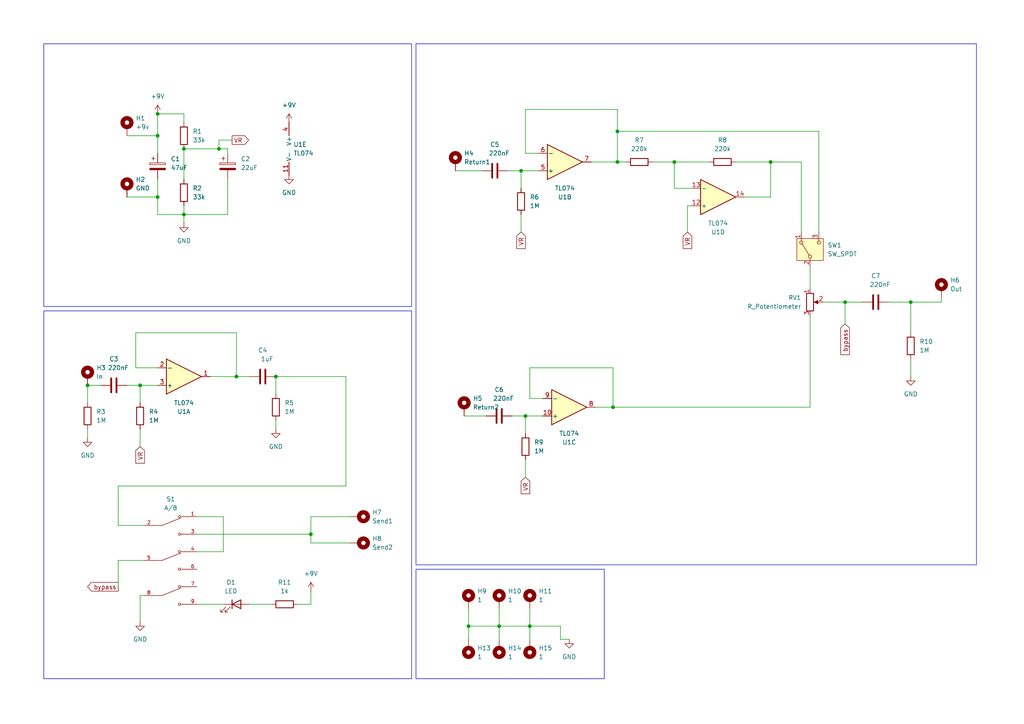
<source format=kicad_sch>
(kicad_sch
	(version 20231120)
	(generator "eeschema")
	(generator_version "8.0")
	(uuid "80863837-07c6-4f66-adf7-5bff7e3b8aad")
	(paper "A4")
	(lib_symbols
		(symbol "3PDT_footswitch:FS57003PLT2B2M2QE"
			(pin_names
				(offset 1.016)
			)
			(exclude_from_sim no)
			(in_bom yes)
			(on_board yes)
			(property "Reference" "S"
				(at -2.54 15.24 0)
				(effects
					(font
						(size 1.27 1.27)
					)
					(justify left bottom)
				)
			)
			(property "Value" "FS57003PLT2B2M2QE"
				(at -2.54 -15.24 0)
				(effects
					(font
						(size 1.27 1.27)
					)
					(justify left top)
				)
			)
			(property "Footprint" "FS57003PLT2B2M2QE:SW_FS57003PLT2B2M2QE"
				(at 0 0 0)
				(effects
					(font
						(size 1.27 1.27)
					)
					(justify bottom)
					(hide yes)
				)
			)
			(property "Datasheet" ""
				(at 0 0 0)
				(effects
					(font
						(size 1.27 1.27)
					)
					(hide yes)
				)
			)
			(property "Description" ""
				(at 0 0 0)
				(effects
					(font
						(size 1.27 1.27)
					)
					(hide yes)
				)
			)
			(property "MF" "E-Switch"
				(at 0 0 0)
				(effects
					(font
						(size 1.27 1.27)
					)
					(justify bottom)
					(hide yes)
				)
			)
			(property "MAXIMUM_PACKAGE_HEIGHT" "38.2mm"
				(at 0 0 0)
				(effects
					(font
						(size 1.27 1.27)
					)
					(justify bottom)
					(hide yes)
				)
			)
			(property "Package" "None"
				(at 0 0 0)
				(effects
					(font
						(size 1.27 1.27)
					)
					(justify bottom)
					(hide yes)
				)
			)
			(property "Price" "None"
				(at 0 0 0)
				(effects
					(font
						(size 1.27 1.27)
					)
					(justify bottom)
					(hide yes)
				)
			)
			(property "Check_prices" "https://www.snapeda.com/parts/FS57003PLT2B2M2QE/E-Switch/view-part/?ref=eda"
				(at 0 0 0)
				(effects
					(font
						(size 1.27 1.27)
					)
					(justify bottom)
					(hide yes)
				)
			)
			(property "STANDARD" "Manufacturer Recommendations"
				(at 0 0 0)
				(effects
					(font
						(size 1.27 1.27)
					)
					(justify bottom)
					(hide yes)
				)
			)
			(property "PARTREV" "4.2.2018"
				(at 0 0 0)
				(effects
					(font
						(size 1.27 1.27)
					)
					(justify bottom)
					(hide yes)
				)
			)
			(property "SnapEDA_Link" "https://www.snapeda.com/parts/FS57003PLT2B2M2QE/E-Switch/view-part/?ref=snap"
				(at 0 0 0)
				(effects
					(font
						(size 1.27 1.27)
					)
					(justify bottom)
					(hide yes)
				)
			)
			(property "MP" "FS57003PLT2B2M2QE"
				(at 0 0 0)
				(effects
					(font
						(size 1.27 1.27)
					)
					(justify bottom)
					(hide yes)
				)
			)
			(property "Description_1" "\n                        \n                            Pushbutton Switch, FS5700 Series, 3PDT, Round Actuator, ON-ON, 1A, 9VDC,Solder | E-Switch FS57003PLT2B2M2QE\n                        \n"
				(at 0 0 0)
				(effects
					(font
						(size 1.27 1.27)
					)
					(justify bottom)
					(hide yes)
				)
			)
			(property "MANUFACTURER" "E-Switch"
				(at 0 0 0)
				(effects
					(font
						(size 1.27 1.27)
					)
					(justify bottom)
					(hide yes)
				)
			)
			(property "Availability" "In Stock"
				(at 0 0 0)
				(effects
					(font
						(size 1.27 1.27)
					)
					(justify bottom)
					(hide yes)
				)
			)
			(property "SNAPEDA_PN" "FS57003PLT2B2M2QE"
				(at 0 0 0)
				(effects
					(font
						(size 1.27 1.27)
					)
					(justify bottom)
					(hide yes)
				)
			)
			(symbol "FS57003PLT2B2M2QE_0_0"
				(polyline
					(pts
						(xy -2.54 -10.16) (xy -5.08 -10.16)
					)
					(stroke
						(width 0.1524)
						(type default)
					)
					(fill
						(type none)
					)
				)
				(polyline
					(pts
						(xy -2.54 -10.16) (xy 2.794 -8.0264)
					)
					(stroke
						(width 0.1524)
						(type default)
					)
					(fill
						(type none)
					)
				)
				(polyline
					(pts
						(xy -2.54 0) (xy -5.08 0)
					)
					(stroke
						(width 0.1524)
						(type default)
					)
					(fill
						(type none)
					)
				)
				(polyline
					(pts
						(xy -2.54 0) (xy 2.794 2.1336)
					)
					(stroke
						(width 0.1524)
						(type default)
					)
					(fill
						(type none)
					)
				)
				(polyline
					(pts
						(xy -2.54 10.16) (xy -5.08 10.16)
					)
					(stroke
						(width 0.1524)
						(type default)
					)
					(fill
						(type none)
					)
				)
				(polyline
					(pts
						(xy -2.54 10.16) (xy 2.794 12.2936)
					)
					(stroke
						(width 0.1524)
						(type default)
					)
					(fill
						(type none)
					)
				)
				(polyline
					(pts
						(xy 5.08 -12.7) (xy 2.921 -12.7)
					)
					(stroke
						(width 0.1524)
						(type default)
					)
					(fill
						(type none)
					)
				)
				(polyline
					(pts
						(xy 5.08 -7.62) (xy 2.921 -7.62)
					)
					(stroke
						(width 0.1524)
						(type default)
					)
					(fill
						(type none)
					)
				)
				(polyline
					(pts
						(xy 5.08 -2.54) (xy 2.921 -2.54)
					)
					(stroke
						(width 0.1524)
						(type default)
					)
					(fill
						(type none)
					)
				)
				(polyline
					(pts
						(xy 5.08 2.54) (xy 2.921 2.54)
					)
					(stroke
						(width 0.1524)
						(type default)
					)
					(fill
						(type none)
					)
				)
				(polyline
					(pts
						(xy 5.08 7.62) (xy 2.921 7.62)
					)
					(stroke
						(width 0.1524)
						(type default)
					)
					(fill
						(type none)
					)
				)
				(polyline
					(pts
						(xy 5.08 12.7) (xy 2.921 12.7)
					)
					(stroke
						(width 0.1524)
						(type default)
					)
					(fill
						(type none)
					)
				)
				(circle
					(center 2.54 -12.7)
					(radius 0.3302)
					(stroke
						(width 0.1524)
						(type default)
					)
					(fill
						(type none)
					)
				)
				(circle
					(center 2.54 -7.62)
					(radius 0.3302)
					(stroke
						(width 0.1524)
						(type default)
					)
					(fill
						(type none)
					)
				)
				(circle
					(center 2.54 -2.54)
					(radius 0.3302)
					(stroke
						(width 0.1524)
						(type default)
					)
					(fill
						(type none)
					)
				)
				(circle
					(center 2.54 2.54)
					(radius 0.3302)
					(stroke
						(width 0.1524)
						(type default)
					)
					(fill
						(type none)
					)
				)
				(circle
					(center 2.54 7.62)
					(radius 0.3302)
					(stroke
						(width 0.1524)
						(type default)
					)
					(fill
						(type none)
					)
				)
				(circle
					(center 2.54 12.7)
					(radius 0.3302)
					(stroke
						(width 0.1524)
						(type default)
					)
					(fill
						(type none)
					)
				)
				(pin passive line
					(at 7.62 12.7 180)
					(length 2.54)
					(name "~"
						(effects
							(font
								(size 1.016 1.016)
							)
						)
					)
					(number "1"
						(effects
							(font
								(size 1.016 1.016)
							)
						)
					)
				)
				(pin passive line
					(at -7.62 10.16 0)
					(length 2.54)
					(name "~"
						(effects
							(font
								(size 1.016 1.016)
							)
						)
					)
					(number "2"
						(effects
							(font
								(size 1.016 1.016)
							)
						)
					)
				)
				(pin passive line
					(at 7.62 7.62 180)
					(length 2.54)
					(name "~"
						(effects
							(font
								(size 1.016 1.016)
							)
						)
					)
					(number "3"
						(effects
							(font
								(size 1.016 1.016)
							)
						)
					)
				)
				(pin passive line
					(at 7.62 2.54 180)
					(length 2.54)
					(name "~"
						(effects
							(font
								(size 1.016 1.016)
							)
						)
					)
					(number "4"
						(effects
							(font
								(size 1.016 1.016)
							)
						)
					)
				)
				(pin passive line
					(at -7.62 0 0)
					(length 2.54)
					(name "~"
						(effects
							(font
								(size 1.016 1.016)
							)
						)
					)
					(number "5"
						(effects
							(font
								(size 1.016 1.016)
							)
						)
					)
				)
				(pin passive line
					(at 7.62 -2.54 180)
					(length 2.54)
					(name "~"
						(effects
							(font
								(size 1.016 1.016)
							)
						)
					)
					(number "6"
						(effects
							(font
								(size 1.016 1.016)
							)
						)
					)
				)
				(pin passive line
					(at 7.62 -7.62 180)
					(length 2.54)
					(name "~"
						(effects
							(font
								(size 1.016 1.016)
							)
						)
					)
					(number "7"
						(effects
							(font
								(size 1.016 1.016)
							)
						)
					)
				)
				(pin passive line
					(at -7.62 -10.16 0)
					(length 2.54)
					(name "~"
						(effects
							(font
								(size 1.016 1.016)
							)
						)
					)
					(number "8"
						(effects
							(font
								(size 1.016 1.016)
							)
						)
					)
				)
				(pin passive line
					(at 7.62 -12.7 180)
					(length 2.54)
					(name "~"
						(effects
							(font
								(size 1.016 1.016)
							)
						)
					)
					(number "9"
						(effects
							(font
								(size 1.016 1.016)
							)
						)
					)
				)
			)
		)
		(symbol "Amplifier_Operational:TL074"
			(pin_names
				(offset 0.127)
			)
			(exclude_from_sim no)
			(in_bom yes)
			(on_board yes)
			(property "Reference" "U"
				(at 0 5.08 0)
				(effects
					(font
						(size 1.27 1.27)
					)
					(justify left)
				)
			)
			(property "Value" "TL074"
				(at 0 -5.08 0)
				(effects
					(font
						(size 1.27 1.27)
					)
					(justify left)
				)
			)
			(property "Footprint" ""
				(at -1.27 2.54 0)
				(effects
					(font
						(size 1.27 1.27)
					)
					(hide yes)
				)
			)
			(property "Datasheet" "http://www.ti.com/lit/ds/symlink/tl071.pdf"
				(at 1.27 5.08 0)
				(effects
					(font
						(size 1.27 1.27)
					)
					(hide yes)
				)
			)
			(property "Description" "Quad Low-Noise JFET-Input Operational Amplifiers, DIP-14/SOIC-14"
				(at 0 0 0)
				(effects
					(font
						(size 1.27 1.27)
					)
					(hide yes)
				)
			)
			(property "ki_locked" ""
				(at 0 0 0)
				(effects
					(font
						(size 1.27 1.27)
					)
				)
			)
			(property "ki_keywords" "quad opamp"
				(at 0 0 0)
				(effects
					(font
						(size 1.27 1.27)
					)
					(hide yes)
				)
			)
			(property "ki_fp_filters" "SOIC*3.9x8.7mm*P1.27mm* DIP*W7.62mm* TSSOP*4.4x5mm*P0.65mm* SSOP*5.3x6.2mm*P0.65mm* MSOP*3x3mm*P0.5mm*"
				(at 0 0 0)
				(effects
					(font
						(size 1.27 1.27)
					)
					(hide yes)
				)
			)
			(symbol "TL074_1_1"
				(polyline
					(pts
						(xy -5.08 5.08) (xy 5.08 0) (xy -5.08 -5.08) (xy -5.08 5.08)
					)
					(stroke
						(width 0.254)
						(type default)
					)
					(fill
						(type background)
					)
				)
				(pin output line
					(at 7.62 0 180)
					(length 2.54)
					(name "~"
						(effects
							(font
								(size 1.27 1.27)
							)
						)
					)
					(number "1"
						(effects
							(font
								(size 1.27 1.27)
							)
						)
					)
				)
				(pin input line
					(at -7.62 -2.54 0)
					(length 2.54)
					(name "-"
						(effects
							(font
								(size 1.27 1.27)
							)
						)
					)
					(number "2"
						(effects
							(font
								(size 1.27 1.27)
							)
						)
					)
				)
				(pin input line
					(at -7.62 2.54 0)
					(length 2.54)
					(name "+"
						(effects
							(font
								(size 1.27 1.27)
							)
						)
					)
					(number "3"
						(effects
							(font
								(size 1.27 1.27)
							)
						)
					)
				)
			)
			(symbol "TL074_2_1"
				(polyline
					(pts
						(xy -5.08 5.08) (xy 5.08 0) (xy -5.08 -5.08) (xy -5.08 5.08)
					)
					(stroke
						(width 0.254)
						(type default)
					)
					(fill
						(type background)
					)
				)
				(pin input line
					(at -7.62 2.54 0)
					(length 2.54)
					(name "+"
						(effects
							(font
								(size 1.27 1.27)
							)
						)
					)
					(number "5"
						(effects
							(font
								(size 1.27 1.27)
							)
						)
					)
				)
				(pin input line
					(at -7.62 -2.54 0)
					(length 2.54)
					(name "-"
						(effects
							(font
								(size 1.27 1.27)
							)
						)
					)
					(number "6"
						(effects
							(font
								(size 1.27 1.27)
							)
						)
					)
				)
				(pin output line
					(at 7.62 0 180)
					(length 2.54)
					(name "~"
						(effects
							(font
								(size 1.27 1.27)
							)
						)
					)
					(number "7"
						(effects
							(font
								(size 1.27 1.27)
							)
						)
					)
				)
			)
			(symbol "TL074_3_1"
				(polyline
					(pts
						(xy -5.08 5.08) (xy 5.08 0) (xy -5.08 -5.08) (xy -5.08 5.08)
					)
					(stroke
						(width 0.254)
						(type default)
					)
					(fill
						(type background)
					)
				)
				(pin input line
					(at -7.62 2.54 0)
					(length 2.54)
					(name "+"
						(effects
							(font
								(size 1.27 1.27)
							)
						)
					)
					(number "10"
						(effects
							(font
								(size 1.27 1.27)
							)
						)
					)
				)
				(pin output line
					(at 7.62 0 180)
					(length 2.54)
					(name "~"
						(effects
							(font
								(size 1.27 1.27)
							)
						)
					)
					(number "8"
						(effects
							(font
								(size 1.27 1.27)
							)
						)
					)
				)
				(pin input line
					(at -7.62 -2.54 0)
					(length 2.54)
					(name "-"
						(effects
							(font
								(size 1.27 1.27)
							)
						)
					)
					(number "9"
						(effects
							(font
								(size 1.27 1.27)
							)
						)
					)
				)
			)
			(symbol "TL074_4_1"
				(polyline
					(pts
						(xy -5.08 5.08) (xy 5.08 0) (xy -5.08 -5.08) (xy -5.08 5.08)
					)
					(stroke
						(width 0.254)
						(type default)
					)
					(fill
						(type background)
					)
				)
				(pin input line
					(at -7.62 2.54 0)
					(length 2.54)
					(name "+"
						(effects
							(font
								(size 1.27 1.27)
							)
						)
					)
					(number "12"
						(effects
							(font
								(size 1.27 1.27)
							)
						)
					)
				)
				(pin input line
					(at -7.62 -2.54 0)
					(length 2.54)
					(name "-"
						(effects
							(font
								(size 1.27 1.27)
							)
						)
					)
					(number "13"
						(effects
							(font
								(size 1.27 1.27)
							)
						)
					)
				)
				(pin output line
					(at 7.62 0 180)
					(length 2.54)
					(name "~"
						(effects
							(font
								(size 1.27 1.27)
							)
						)
					)
					(number "14"
						(effects
							(font
								(size 1.27 1.27)
							)
						)
					)
				)
			)
			(symbol "TL074_5_1"
				(pin power_in line
					(at -2.54 -7.62 90)
					(length 3.81)
					(name "V-"
						(effects
							(font
								(size 1.27 1.27)
							)
						)
					)
					(number "11"
						(effects
							(font
								(size 1.27 1.27)
							)
						)
					)
				)
				(pin power_in line
					(at -2.54 7.62 270)
					(length 3.81)
					(name "V+"
						(effects
							(font
								(size 1.27 1.27)
							)
						)
					)
					(number "4"
						(effects
							(font
								(size 1.27 1.27)
							)
						)
					)
				)
			)
		)
		(symbol "Device:C"
			(pin_numbers hide)
			(pin_names
				(offset 0.254)
			)
			(exclude_from_sim no)
			(in_bom yes)
			(on_board yes)
			(property "Reference" "C"
				(at 0.635 2.54 0)
				(effects
					(font
						(size 1.27 1.27)
					)
					(justify left)
				)
			)
			(property "Value" "C"
				(at 0.635 -2.54 0)
				(effects
					(font
						(size 1.27 1.27)
					)
					(justify left)
				)
			)
			(property "Footprint" ""
				(at 0.9652 -3.81 0)
				(effects
					(font
						(size 1.27 1.27)
					)
					(hide yes)
				)
			)
			(property "Datasheet" "~"
				(at 0 0 0)
				(effects
					(font
						(size 1.27 1.27)
					)
					(hide yes)
				)
			)
			(property "Description" "Unpolarized capacitor"
				(at 0 0 0)
				(effects
					(font
						(size 1.27 1.27)
					)
					(hide yes)
				)
			)
			(property "ki_keywords" "cap capacitor"
				(at 0 0 0)
				(effects
					(font
						(size 1.27 1.27)
					)
					(hide yes)
				)
			)
			(property "ki_fp_filters" "C_*"
				(at 0 0 0)
				(effects
					(font
						(size 1.27 1.27)
					)
					(hide yes)
				)
			)
			(symbol "C_0_1"
				(polyline
					(pts
						(xy -2.032 -0.762) (xy 2.032 -0.762)
					)
					(stroke
						(width 0.508)
						(type default)
					)
					(fill
						(type none)
					)
				)
				(polyline
					(pts
						(xy -2.032 0.762) (xy 2.032 0.762)
					)
					(stroke
						(width 0.508)
						(type default)
					)
					(fill
						(type none)
					)
				)
			)
			(symbol "C_1_1"
				(pin passive line
					(at 0 3.81 270)
					(length 2.794)
					(name "~"
						(effects
							(font
								(size 1.27 1.27)
							)
						)
					)
					(number "1"
						(effects
							(font
								(size 1.27 1.27)
							)
						)
					)
				)
				(pin passive line
					(at 0 -3.81 90)
					(length 2.794)
					(name "~"
						(effects
							(font
								(size 1.27 1.27)
							)
						)
					)
					(number "2"
						(effects
							(font
								(size 1.27 1.27)
							)
						)
					)
				)
			)
		)
		(symbol "Device:C_Polarized"
			(pin_numbers hide)
			(pin_names
				(offset 0.254)
			)
			(exclude_from_sim no)
			(in_bom yes)
			(on_board yes)
			(property "Reference" "C"
				(at 0.635 2.54 0)
				(effects
					(font
						(size 1.27 1.27)
					)
					(justify left)
				)
			)
			(property "Value" "C_Polarized"
				(at 0.635 -2.54 0)
				(effects
					(font
						(size 1.27 1.27)
					)
					(justify left)
				)
			)
			(property "Footprint" ""
				(at 0.9652 -3.81 0)
				(effects
					(font
						(size 1.27 1.27)
					)
					(hide yes)
				)
			)
			(property "Datasheet" "~"
				(at 0 0 0)
				(effects
					(font
						(size 1.27 1.27)
					)
					(hide yes)
				)
			)
			(property "Description" "Polarized capacitor"
				(at 0 0 0)
				(effects
					(font
						(size 1.27 1.27)
					)
					(hide yes)
				)
			)
			(property "ki_keywords" "cap capacitor"
				(at 0 0 0)
				(effects
					(font
						(size 1.27 1.27)
					)
					(hide yes)
				)
			)
			(property "ki_fp_filters" "CP_*"
				(at 0 0 0)
				(effects
					(font
						(size 1.27 1.27)
					)
					(hide yes)
				)
			)
			(symbol "C_Polarized_0_1"
				(rectangle
					(start -2.286 0.508)
					(end 2.286 1.016)
					(stroke
						(width 0)
						(type default)
					)
					(fill
						(type none)
					)
				)
				(polyline
					(pts
						(xy -1.778 2.286) (xy -0.762 2.286)
					)
					(stroke
						(width 0)
						(type default)
					)
					(fill
						(type none)
					)
				)
				(polyline
					(pts
						(xy -1.27 2.794) (xy -1.27 1.778)
					)
					(stroke
						(width 0)
						(type default)
					)
					(fill
						(type none)
					)
				)
				(rectangle
					(start 2.286 -0.508)
					(end -2.286 -1.016)
					(stroke
						(width 0)
						(type default)
					)
					(fill
						(type outline)
					)
				)
			)
			(symbol "C_Polarized_1_1"
				(pin passive line
					(at 0 3.81 270)
					(length 2.794)
					(name "~"
						(effects
							(font
								(size 1.27 1.27)
							)
						)
					)
					(number "1"
						(effects
							(font
								(size 1.27 1.27)
							)
						)
					)
				)
				(pin passive line
					(at 0 -3.81 90)
					(length 2.794)
					(name "~"
						(effects
							(font
								(size 1.27 1.27)
							)
						)
					)
					(number "2"
						(effects
							(font
								(size 1.27 1.27)
							)
						)
					)
				)
			)
		)
		(symbol "Device:LED"
			(pin_numbers hide)
			(pin_names
				(offset 1.016) hide)
			(exclude_from_sim no)
			(in_bom yes)
			(on_board yes)
			(property "Reference" "D"
				(at 0 2.54 0)
				(effects
					(font
						(size 1.27 1.27)
					)
				)
			)
			(property "Value" "LED"
				(at 0 -2.54 0)
				(effects
					(font
						(size 1.27 1.27)
					)
				)
			)
			(property "Footprint" ""
				(at 0 0 0)
				(effects
					(font
						(size 1.27 1.27)
					)
					(hide yes)
				)
			)
			(property "Datasheet" "~"
				(at 0 0 0)
				(effects
					(font
						(size 1.27 1.27)
					)
					(hide yes)
				)
			)
			(property "Description" "Light emitting diode"
				(at 0 0 0)
				(effects
					(font
						(size 1.27 1.27)
					)
					(hide yes)
				)
			)
			(property "ki_keywords" "LED diode"
				(at 0 0 0)
				(effects
					(font
						(size 1.27 1.27)
					)
					(hide yes)
				)
			)
			(property "ki_fp_filters" "LED* LED_SMD:* LED_THT:*"
				(at 0 0 0)
				(effects
					(font
						(size 1.27 1.27)
					)
					(hide yes)
				)
			)
			(symbol "LED_0_1"
				(polyline
					(pts
						(xy -1.27 -1.27) (xy -1.27 1.27)
					)
					(stroke
						(width 0.254)
						(type default)
					)
					(fill
						(type none)
					)
				)
				(polyline
					(pts
						(xy -1.27 0) (xy 1.27 0)
					)
					(stroke
						(width 0)
						(type default)
					)
					(fill
						(type none)
					)
				)
				(polyline
					(pts
						(xy 1.27 -1.27) (xy 1.27 1.27) (xy -1.27 0) (xy 1.27 -1.27)
					)
					(stroke
						(width 0.254)
						(type default)
					)
					(fill
						(type none)
					)
				)
				(polyline
					(pts
						(xy -3.048 -0.762) (xy -4.572 -2.286) (xy -3.81 -2.286) (xy -4.572 -2.286) (xy -4.572 -1.524)
					)
					(stroke
						(width 0)
						(type default)
					)
					(fill
						(type none)
					)
				)
				(polyline
					(pts
						(xy -1.778 -0.762) (xy -3.302 -2.286) (xy -2.54 -2.286) (xy -3.302 -2.286) (xy -3.302 -1.524)
					)
					(stroke
						(width 0)
						(type default)
					)
					(fill
						(type none)
					)
				)
			)
			(symbol "LED_1_1"
				(pin passive line
					(at -3.81 0 0)
					(length 2.54)
					(name "K"
						(effects
							(font
								(size 1.27 1.27)
							)
						)
					)
					(number "1"
						(effects
							(font
								(size 1.27 1.27)
							)
						)
					)
				)
				(pin passive line
					(at 3.81 0 180)
					(length 2.54)
					(name "A"
						(effects
							(font
								(size 1.27 1.27)
							)
						)
					)
					(number "2"
						(effects
							(font
								(size 1.27 1.27)
							)
						)
					)
				)
			)
		)
		(symbol "Device:R"
			(pin_numbers hide)
			(pin_names
				(offset 0)
			)
			(exclude_from_sim no)
			(in_bom yes)
			(on_board yes)
			(property "Reference" "R"
				(at 2.032 0 90)
				(effects
					(font
						(size 1.27 1.27)
					)
				)
			)
			(property "Value" "R"
				(at 0 0 90)
				(effects
					(font
						(size 1.27 1.27)
					)
				)
			)
			(property "Footprint" ""
				(at -1.778 0 90)
				(effects
					(font
						(size 1.27 1.27)
					)
					(hide yes)
				)
			)
			(property "Datasheet" "~"
				(at 0 0 0)
				(effects
					(font
						(size 1.27 1.27)
					)
					(hide yes)
				)
			)
			(property "Description" "Resistor"
				(at 0 0 0)
				(effects
					(font
						(size 1.27 1.27)
					)
					(hide yes)
				)
			)
			(property "ki_keywords" "R res resistor"
				(at 0 0 0)
				(effects
					(font
						(size 1.27 1.27)
					)
					(hide yes)
				)
			)
			(property "ki_fp_filters" "R_*"
				(at 0 0 0)
				(effects
					(font
						(size 1.27 1.27)
					)
					(hide yes)
				)
			)
			(symbol "R_0_1"
				(rectangle
					(start -1.016 -2.54)
					(end 1.016 2.54)
					(stroke
						(width 0.254)
						(type default)
					)
					(fill
						(type none)
					)
				)
			)
			(symbol "R_1_1"
				(pin passive line
					(at 0 3.81 270)
					(length 1.27)
					(name "~"
						(effects
							(font
								(size 1.27 1.27)
							)
						)
					)
					(number "1"
						(effects
							(font
								(size 1.27 1.27)
							)
						)
					)
				)
				(pin passive line
					(at 0 -3.81 90)
					(length 1.27)
					(name "~"
						(effects
							(font
								(size 1.27 1.27)
							)
						)
					)
					(number "2"
						(effects
							(font
								(size 1.27 1.27)
							)
						)
					)
				)
			)
		)
		(symbol "Device:R_Potentiometer"
			(pin_names
				(offset 1.016) hide)
			(exclude_from_sim no)
			(in_bom yes)
			(on_board yes)
			(property "Reference" "RV"
				(at -4.445 0 90)
				(effects
					(font
						(size 1.27 1.27)
					)
				)
			)
			(property "Value" "R_Potentiometer"
				(at -2.54 0 90)
				(effects
					(font
						(size 1.27 1.27)
					)
				)
			)
			(property "Footprint" ""
				(at 0 0 0)
				(effects
					(font
						(size 1.27 1.27)
					)
					(hide yes)
				)
			)
			(property "Datasheet" "~"
				(at 0 0 0)
				(effects
					(font
						(size 1.27 1.27)
					)
					(hide yes)
				)
			)
			(property "Description" "Potentiometer"
				(at 0 0 0)
				(effects
					(font
						(size 1.27 1.27)
					)
					(hide yes)
				)
			)
			(property "ki_keywords" "resistor variable"
				(at 0 0 0)
				(effects
					(font
						(size 1.27 1.27)
					)
					(hide yes)
				)
			)
			(property "ki_fp_filters" "Potentiometer*"
				(at 0 0 0)
				(effects
					(font
						(size 1.27 1.27)
					)
					(hide yes)
				)
			)
			(symbol "R_Potentiometer_0_1"
				(polyline
					(pts
						(xy 2.54 0) (xy 1.524 0)
					)
					(stroke
						(width 0)
						(type default)
					)
					(fill
						(type none)
					)
				)
				(polyline
					(pts
						(xy 1.143 0) (xy 2.286 0.508) (xy 2.286 -0.508) (xy 1.143 0)
					)
					(stroke
						(width 0)
						(type default)
					)
					(fill
						(type outline)
					)
				)
				(rectangle
					(start 1.016 2.54)
					(end -1.016 -2.54)
					(stroke
						(width 0.254)
						(type default)
					)
					(fill
						(type none)
					)
				)
			)
			(symbol "R_Potentiometer_1_1"
				(pin passive line
					(at 0 3.81 270)
					(length 1.27)
					(name "1"
						(effects
							(font
								(size 1.27 1.27)
							)
						)
					)
					(number "1"
						(effects
							(font
								(size 1.27 1.27)
							)
						)
					)
				)
				(pin passive line
					(at 3.81 0 180)
					(length 1.27)
					(name "2"
						(effects
							(font
								(size 1.27 1.27)
							)
						)
					)
					(number "2"
						(effects
							(font
								(size 1.27 1.27)
							)
						)
					)
				)
				(pin passive line
					(at 0 -3.81 90)
					(length 1.27)
					(name "3"
						(effects
							(font
								(size 1.27 1.27)
							)
						)
					)
					(number "3"
						(effects
							(font
								(size 1.27 1.27)
							)
						)
					)
				)
			)
		)
		(symbol "Mechanical:MountingHole_Pad"
			(pin_numbers hide)
			(pin_names
				(offset 1.016) hide)
			(exclude_from_sim no)
			(in_bom yes)
			(on_board yes)
			(property "Reference" "H"
				(at 0 6.35 0)
				(effects
					(font
						(size 1.27 1.27)
					)
				)
			)
			(property "Value" "MountingHole_Pad"
				(at 0 4.445 0)
				(effects
					(font
						(size 1.27 1.27)
					)
				)
			)
			(property "Footprint" ""
				(at 0 0 0)
				(effects
					(font
						(size 1.27 1.27)
					)
					(hide yes)
				)
			)
			(property "Datasheet" "~"
				(at 0 0 0)
				(effects
					(font
						(size 1.27 1.27)
					)
					(hide yes)
				)
			)
			(property "Description" "Mounting Hole with connection"
				(at 0 0 0)
				(effects
					(font
						(size 1.27 1.27)
					)
					(hide yes)
				)
			)
			(property "ki_keywords" "mounting hole"
				(at 0 0 0)
				(effects
					(font
						(size 1.27 1.27)
					)
					(hide yes)
				)
			)
			(property "ki_fp_filters" "MountingHole*Pad*"
				(at 0 0 0)
				(effects
					(font
						(size 1.27 1.27)
					)
					(hide yes)
				)
			)
			(symbol "MountingHole_Pad_0_1"
				(circle
					(center 0 1.27)
					(radius 1.27)
					(stroke
						(width 1.27)
						(type default)
					)
					(fill
						(type none)
					)
				)
			)
			(symbol "MountingHole_Pad_1_1"
				(pin input line
					(at 0 -2.54 90)
					(length 2.54)
					(name "1"
						(effects
							(font
								(size 1.27 1.27)
							)
						)
					)
					(number "1"
						(effects
							(font
								(size 1.27 1.27)
							)
						)
					)
				)
			)
		)
		(symbol "Switch:SW_SPDT"
			(pin_names
				(offset 0) hide)
			(exclude_from_sim no)
			(in_bom yes)
			(on_board yes)
			(property "Reference" "SW"
				(at 0 5.08 0)
				(effects
					(font
						(size 1.27 1.27)
					)
				)
			)
			(property "Value" "SW_SPDT"
				(at 0 -5.08 0)
				(effects
					(font
						(size 1.27 1.27)
					)
				)
			)
			(property "Footprint" ""
				(at 0 0 0)
				(effects
					(font
						(size 1.27 1.27)
					)
					(hide yes)
				)
			)
			(property "Datasheet" "~"
				(at 0 -7.62 0)
				(effects
					(font
						(size 1.27 1.27)
					)
					(hide yes)
				)
			)
			(property "Description" "Switch, single pole double throw"
				(at 0 0 0)
				(effects
					(font
						(size 1.27 1.27)
					)
					(hide yes)
				)
			)
			(property "ki_keywords" "switch single-pole double-throw spdt ON-ON"
				(at 0 0 0)
				(effects
					(font
						(size 1.27 1.27)
					)
					(hide yes)
				)
			)
			(symbol "SW_SPDT_0_1"
				(circle
					(center -2.032 0)
					(radius 0.4572)
					(stroke
						(width 0)
						(type default)
					)
					(fill
						(type none)
					)
				)
				(polyline
					(pts
						(xy -1.651 0.254) (xy 1.651 2.286)
					)
					(stroke
						(width 0)
						(type default)
					)
					(fill
						(type none)
					)
				)
				(circle
					(center 2.032 -2.54)
					(radius 0.4572)
					(stroke
						(width 0)
						(type default)
					)
					(fill
						(type none)
					)
				)
				(circle
					(center 2.032 2.54)
					(radius 0.4572)
					(stroke
						(width 0)
						(type default)
					)
					(fill
						(type none)
					)
				)
			)
			(symbol "SW_SPDT_1_1"
				(rectangle
					(start -3.175 3.81)
					(end 3.175 -3.81)
					(stroke
						(width 0)
						(type default)
					)
					(fill
						(type background)
					)
				)
				(pin passive line
					(at 5.08 2.54 180)
					(length 2.54)
					(name "A"
						(effects
							(font
								(size 1.27 1.27)
							)
						)
					)
					(number "1"
						(effects
							(font
								(size 1.27 1.27)
							)
						)
					)
				)
				(pin passive line
					(at -5.08 0 0)
					(length 2.54)
					(name "B"
						(effects
							(font
								(size 1.27 1.27)
							)
						)
					)
					(number "2"
						(effects
							(font
								(size 1.27 1.27)
							)
						)
					)
				)
				(pin passive line
					(at 5.08 -2.54 180)
					(length 2.54)
					(name "C"
						(effects
							(font
								(size 1.27 1.27)
							)
						)
					)
					(number "3"
						(effects
							(font
								(size 1.27 1.27)
							)
						)
					)
				)
			)
		)
		(symbol "power:+9V"
			(power)
			(pin_numbers hide)
			(pin_names
				(offset 0) hide)
			(exclude_from_sim no)
			(in_bom yes)
			(on_board yes)
			(property "Reference" "#PWR"
				(at 0 -3.81 0)
				(effects
					(font
						(size 1.27 1.27)
					)
					(hide yes)
				)
			)
			(property "Value" "+9V"
				(at 0 3.556 0)
				(effects
					(font
						(size 1.27 1.27)
					)
				)
			)
			(property "Footprint" ""
				(at 0 0 0)
				(effects
					(font
						(size 1.27 1.27)
					)
					(hide yes)
				)
			)
			(property "Datasheet" ""
				(at 0 0 0)
				(effects
					(font
						(size 1.27 1.27)
					)
					(hide yes)
				)
			)
			(property "Description" "Power symbol creates a global label with name \"+9V\""
				(at 0 0 0)
				(effects
					(font
						(size 1.27 1.27)
					)
					(hide yes)
				)
			)
			(property "ki_keywords" "global power"
				(at 0 0 0)
				(effects
					(font
						(size 1.27 1.27)
					)
					(hide yes)
				)
			)
			(symbol "+9V_0_1"
				(polyline
					(pts
						(xy -0.762 1.27) (xy 0 2.54)
					)
					(stroke
						(width 0)
						(type default)
					)
					(fill
						(type none)
					)
				)
				(polyline
					(pts
						(xy 0 0) (xy 0 2.54)
					)
					(stroke
						(width 0)
						(type default)
					)
					(fill
						(type none)
					)
				)
				(polyline
					(pts
						(xy 0 2.54) (xy 0.762 1.27)
					)
					(stroke
						(width 0)
						(type default)
					)
					(fill
						(type none)
					)
				)
			)
			(symbol "+9V_1_1"
				(pin power_in line
					(at 0 0 90)
					(length 0)
					(name "~"
						(effects
							(font
								(size 1.27 1.27)
							)
						)
					)
					(number "1"
						(effects
							(font
								(size 1.27 1.27)
							)
						)
					)
				)
			)
		)
		(symbol "power:GND"
			(power)
			(pin_numbers hide)
			(pin_names
				(offset 0) hide)
			(exclude_from_sim no)
			(in_bom yes)
			(on_board yes)
			(property "Reference" "#PWR"
				(at 0 -6.35 0)
				(effects
					(font
						(size 1.27 1.27)
					)
					(hide yes)
				)
			)
			(property "Value" "GND"
				(at 0 -3.81 0)
				(effects
					(font
						(size 1.27 1.27)
					)
				)
			)
			(property "Footprint" ""
				(at 0 0 0)
				(effects
					(font
						(size 1.27 1.27)
					)
					(hide yes)
				)
			)
			(property "Datasheet" ""
				(at 0 0 0)
				(effects
					(font
						(size 1.27 1.27)
					)
					(hide yes)
				)
			)
			(property "Description" "Power symbol creates a global label with name \"GND\" , ground"
				(at 0 0 0)
				(effects
					(font
						(size 1.27 1.27)
					)
					(hide yes)
				)
			)
			(property "ki_keywords" "global power"
				(at 0 0 0)
				(effects
					(font
						(size 1.27 1.27)
					)
					(hide yes)
				)
			)
			(symbol "GND_0_1"
				(polyline
					(pts
						(xy 0 0) (xy 0 -1.27) (xy 1.27 -1.27) (xy 0 -2.54) (xy -1.27 -1.27) (xy 0 -1.27)
					)
					(stroke
						(width 0)
						(type default)
					)
					(fill
						(type none)
					)
				)
			)
			(symbol "GND_1_1"
				(pin power_in line
					(at 0 0 270)
					(length 0)
					(name "~"
						(effects
							(font
								(size 1.27 1.27)
							)
						)
					)
					(number "1"
						(effects
							(font
								(size 1.27 1.27)
							)
						)
					)
				)
			)
		)
	)
	(junction
		(at 90.17 154.94)
		(diameter 0)
		(color 0 0 0 0)
		(uuid "15a7b461-f481-4bbe-b929-b1262a0b8f32")
	)
	(junction
		(at 53.34 62.23)
		(diameter 0)
		(color 0 0 0 0)
		(uuid "1b2e680e-eaf8-4029-901a-b323248a7fff")
	)
	(junction
		(at 63.5 43.18)
		(diameter 0)
		(color 0 0 0 0)
		(uuid "35055432-5521-4d0a-b778-c26024489801")
	)
	(junction
		(at 144.78 181.61)
		(diameter 0)
		(color 0 0 0 0)
		(uuid "3750b188-d21e-4942-8221-6005f0a8c2b4")
	)
	(junction
		(at 177.8 118.11)
		(diameter 0)
		(color 0 0 0 0)
		(uuid "3ce8969c-5f66-4165-8e01-03b8e8405a1d")
	)
	(junction
		(at 151.13 49.53)
		(diameter 0)
		(color 0 0 0 0)
		(uuid "45359c3b-e05a-48b2-a969-b3387a8aa64a")
	)
	(junction
		(at 45.72 57.15)
		(diameter 0)
		(color 0 0 0 0)
		(uuid "4fbac5de-7dd6-42fe-b276-e214bff7e679")
	)
	(junction
		(at 179.07 46.99)
		(diameter 0)
		(color 0 0 0 0)
		(uuid "54d7e55a-fd02-4861-8f08-13c1159cb200")
	)
	(junction
		(at 264.16 87.63)
		(diameter 0)
		(color 0 0 0 0)
		(uuid "5c5bd89e-b4a9-4524-9d11-c6be44f1bca4")
	)
	(junction
		(at 25.4 111.76)
		(diameter 0)
		(color 0 0 0 0)
		(uuid "5dcb8102-e104-499b-98b2-ab3ddc9b730d")
	)
	(junction
		(at 179.07 38.1)
		(diameter 0)
		(color 0 0 0 0)
		(uuid "6cc85db2-edea-4170-8263-651f714e3ec0")
	)
	(junction
		(at 45.72 39.37)
		(diameter 0)
		(color 0 0 0 0)
		(uuid "755fa02e-dd3e-4f6b-a7bc-4b2f5c464b17")
	)
	(junction
		(at 223.52 46.99)
		(diameter 0)
		(color 0 0 0 0)
		(uuid "791788cf-f3e8-4819-aca6-2081a620772d")
	)
	(junction
		(at 135.89 181.61)
		(diameter 0)
		(color 0 0 0 0)
		(uuid "8065ae92-6670-487e-9715-a5ddbeaf1a8a")
	)
	(junction
		(at 152.4 120.65)
		(diameter 0)
		(color 0 0 0 0)
		(uuid "84550e86-4c2d-49c8-97af-d549c927380e")
	)
	(junction
		(at 53.34 43.18)
		(diameter 0)
		(color 0 0 0 0)
		(uuid "91ea521e-5b1e-4ebc-883d-01dfa6afd77c")
	)
	(junction
		(at 45.72 33.02)
		(diameter 0)
		(color 0 0 0 0)
		(uuid "97f096c5-ed72-447c-8083-c88371ca70e8")
	)
	(junction
		(at 195.58 46.99)
		(diameter 0)
		(color 0 0 0 0)
		(uuid "9b82667f-125c-4ccd-9e31-3b9ee3841747")
	)
	(junction
		(at 80.01 109.22)
		(diameter 0)
		(color 0 0 0 0)
		(uuid "ad8502e2-cafe-4d3e-9a12-c3d969a55d21")
	)
	(junction
		(at 68.58 109.22)
		(diameter 0)
		(color 0 0 0 0)
		(uuid "c7be3d09-5e29-47c3-ae11-09d10110d4e0")
	)
	(junction
		(at 40.64 111.76)
		(diameter 0)
		(color 0 0 0 0)
		(uuid "d52438fc-091c-4af1-b863-85541caf4d2f")
	)
	(junction
		(at 245.11 87.63)
		(diameter 0)
		(color 0 0 0 0)
		(uuid "e60964f3-f324-433a-97e0-7bae1920db82")
	)
	(junction
		(at 153.67 181.61)
		(diameter 0)
		(color 0 0 0 0)
		(uuid "fcd3146c-ae13-4295-ade6-ba3788402c03")
	)
	(wire
		(pts
			(xy 45.72 57.15) (xy 45.72 62.23)
		)
		(stroke
			(width 0)
			(type default)
		)
		(uuid "02157508-4c5b-4fb8-a477-e82e687cc405")
	)
	(wire
		(pts
			(xy 177.8 118.11) (xy 234.95 118.11)
		)
		(stroke
			(width 0)
			(type default)
		)
		(uuid "0365b57c-660f-483d-8990-ed1d257bd860")
	)
	(wire
		(pts
			(xy 195.58 54.61) (xy 200.66 54.61)
		)
		(stroke
			(width 0)
			(type default)
		)
		(uuid "09d16725-c7ff-411e-ad30-42203b758d86")
	)
	(wire
		(pts
			(xy 153.67 106.68) (xy 177.8 106.68)
		)
		(stroke
			(width 0)
			(type default)
		)
		(uuid "0bdf1c56-cd15-468d-b6c9-ec5b56b99b3e")
	)
	(wire
		(pts
			(xy 34.29 152.4) (xy 41.91 152.4)
		)
		(stroke
			(width 0)
			(type default)
		)
		(uuid "0d7b3a8a-791c-4090-9fcc-e840213aa2a9")
	)
	(wire
		(pts
			(xy 53.34 43.18) (xy 63.5 43.18)
		)
		(stroke
			(width 0)
			(type default)
		)
		(uuid "0f5194df-1e67-4196-9e98-50cb99dfe97e")
	)
	(wire
		(pts
			(xy 72.39 175.26) (xy 78.74 175.26)
		)
		(stroke
			(width 0)
			(type default)
		)
		(uuid "101b1983-6fce-4483-ba3b-96121ee66ac0")
	)
	(wire
		(pts
			(xy 144.78 181.61) (xy 153.67 181.61)
		)
		(stroke
			(width 0)
			(type default)
		)
		(uuid "17e32e87-81c5-45e6-b573-061cc8d6be2d")
	)
	(wire
		(pts
			(xy 57.15 149.86) (xy 64.77 149.86)
		)
		(stroke
			(width 0)
			(type default)
		)
		(uuid "18d1c392-76bf-4bc5-a785-564970f5adf7")
	)
	(wire
		(pts
			(xy 135.89 181.61) (xy 135.89 185.42)
		)
		(stroke
			(width 0)
			(type default)
		)
		(uuid "1c5b4a81-17fb-4a41-8dfb-fe9e6fcd6383")
	)
	(wire
		(pts
			(xy 45.72 44.45) (xy 45.72 39.37)
		)
		(stroke
			(width 0)
			(type default)
		)
		(uuid "1cbaf007-a2a6-4b7c-8f1e-9700543378fe")
	)
	(wire
		(pts
			(xy 34.29 170.18) (xy 34.29 162.56)
		)
		(stroke
			(width 0)
			(type default)
		)
		(uuid "1d2ddb6a-3de8-4a2c-826e-f18c18f1f698")
	)
	(wire
		(pts
			(xy 152.4 133.35) (xy 152.4 138.43)
		)
		(stroke
			(width 0)
			(type default)
		)
		(uuid "1f00c682-ed74-4d58-951b-e5077eb22b97")
	)
	(wire
		(pts
			(xy 80.01 109.22) (xy 100.33 109.22)
		)
		(stroke
			(width 0)
			(type default)
		)
		(uuid "2102ad90-af93-4814-b784-4a0d9b695b43")
	)
	(wire
		(pts
			(xy 199.39 67.31) (xy 199.39 59.69)
		)
		(stroke
			(width 0)
			(type default)
		)
		(uuid "2105a8af-cdfc-48e5-b5af-c9fcd24c6d9e")
	)
	(wire
		(pts
			(xy 90.17 171.45) (xy 90.17 175.26)
		)
		(stroke
			(width 0)
			(type default)
		)
		(uuid "29fc0f4a-6e33-4d7b-9109-9fc19e7cc3d6")
	)
	(wire
		(pts
			(xy 232.41 46.99) (xy 232.41 67.31)
		)
		(stroke
			(width 0)
			(type default)
		)
		(uuid "2b59bc3d-c5b2-4819-9f4a-08cf1fdd84c0")
	)
	(wire
		(pts
			(xy 234.95 118.11) (xy 234.95 91.44)
		)
		(stroke
			(width 0)
			(type default)
		)
		(uuid "2c7cccc2-fc28-4c92-9b65-e8402326294b")
	)
	(wire
		(pts
			(xy 90.17 157.48) (xy 101.6 157.48)
		)
		(stroke
			(width 0)
			(type default)
		)
		(uuid "2f93b9b6-d7c0-4149-9471-d670a7b4cd48")
	)
	(wire
		(pts
			(xy 179.07 46.99) (xy 179.07 38.1)
		)
		(stroke
			(width 0)
			(type default)
		)
		(uuid "31abe3fd-98e6-4fd9-88a7-c46e65d5e907")
	)
	(wire
		(pts
			(xy 90.17 149.86) (xy 101.6 149.86)
		)
		(stroke
			(width 0)
			(type default)
		)
		(uuid "3405ca27-7c09-479b-b417-3db654fb6c23")
	)
	(wire
		(pts
			(xy 153.67 176.53) (xy 153.67 181.61)
		)
		(stroke
			(width 0)
			(type default)
		)
		(uuid "34a2041d-3b47-4ca0-a898-f256f2f8342d")
	)
	(wire
		(pts
			(xy 179.07 38.1) (xy 179.07 31.75)
		)
		(stroke
			(width 0)
			(type default)
		)
		(uuid "3bb88a2e-80f4-433f-9c00-dbc7a446e5ad")
	)
	(wire
		(pts
			(xy 153.67 181.61) (xy 153.67 185.42)
		)
		(stroke
			(width 0)
			(type default)
		)
		(uuid "3c9ae50a-a48c-4c4d-8ebd-1f6232e76525")
	)
	(wire
		(pts
			(xy 177.8 118.11) (xy 172.72 118.11)
		)
		(stroke
			(width 0)
			(type default)
		)
		(uuid "3cb1dc75-6d8d-42e5-9d98-25988a24e4ab")
	)
	(wire
		(pts
			(xy 25.4 116.84) (xy 25.4 111.76)
		)
		(stroke
			(width 0)
			(type default)
		)
		(uuid "42aa0edf-3f2a-48a0-a7e7-4f5450470f79")
	)
	(wire
		(pts
			(xy 215.9 57.15) (xy 223.52 57.15)
		)
		(stroke
			(width 0)
			(type default)
		)
		(uuid "431ac380-826f-4001-932e-36b9cecae0bf")
	)
	(wire
		(pts
			(xy 68.58 109.22) (xy 72.39 109.22)
		)
		(stroke
			(width 0)
			(type default)
		)
		(uuid "43ce33b9-44b8-451a-aad4-88f3481c3458")
	)
	(wire
		(pts
			(xy 195.58 46.99) (xy 195.58 54.61)
		)
		(stroke
			(width 0)
			(type default)
		)
		(uuid "45898426-1c79-4d78-b141-4895cc0798c7")
	)
	(wire
		(pts
			(xy 63.5 43.18) (xy 66.04 43.18)
		)
		(stroke
			(width 0)
			(type default)
		)
		(uuid "48eb9a50-8b45-4877-a839-098444a3669f")
	)
	(wire
		(pts
			(xy 153.67 115.57) (xy 157.48 115.57)
		)
		(stroke
			(width 0)
			(type default)
		)
		(uuid "4a7121bc-81dd-495b-9300-0f6bc1acd6c3")
	)
	(wire
		(pts
			(xy 53.34 59.69) (xy 53.34 62.23)
		)
		(stroke
			(width 0)
			(type default)
		)
		(uuid "4a925f79-55cc-4d55-9748-34780ec6d535")
	)
	(wire
		(pts
			(xy 40.64 172.72) (xy 40.64 180.34)
		)
		(stroke
			(width 0)
			(type default)
		)
		(uuid "4c6e6c5b-5149-48e7-8acf-7b6c87ac4a83")
	)
	(wire
		(pts
			(xy 25.4 111.76) (xy 29.21 111.76)
		)
		(stroke
			(width 0)
			(type default)
		)
		(uuid "4e339c6f-87c6-44c2-8fd5-11f97b18ac01")
	)
	(wire
		(pts
			(xy 45.72 52.07) (xy 45.72 57.15)
		)
		(stroke
			(width 0)
			(type default)
		)
		(uuid "4f9b9395-4d6a-4acf-b201-b92ee04738a8")
	)
	(wire
		(pts
			(xy 134.62 120.65) (xy 140.97 120.65)
		)
		(stroke
			(width 0)
			(type default)
		)
		(uuid "53d651f5-95b0-41a1-bc58-62b8a62d3da9")
	)
	(wire
		(pts
			(xy 64.77 149.86) (xy 64.77 160.02)
		)
		(stroke
			(width 0)
			(type default)
		)
		(uuid "565faf76-8135-44d1-a5b2-32e780d3138b")
	)
	(wire
		(pts
			(xy 151.13 54.61) (xy 151.13 49.53)
		)
		(stroke
			(width 0)
			(type default)
		)
		(uuid "5792662d-44b9-4c2c-a20d-a541fd2d0d0f")
	)
	(wire
		(pts
			(xy 223.52 46.99) (xy 232.41 46.99)
		)
		(stroke
			(width 0)
			(type default)
		)
		(uuid "5b3dca0c-5fdb-404f-8087-592e37866cb7")
	)
	(wire
		(pts
			(xy 68.58 96.52) (xy 68.58 109.22)
		)
		(stroke
			(width 0)
			(type default)
		)
		(uuid "5b53fc88-3180-405c-b613-cdcddafb0e99")
	)
	(wire
		(pts
			(xy 199.39 59.69) (xy 200.66 59.69)
		)
		(stroke
			(width 0)
			(type default)
		)
		(uuid "5c6ed537-4a3f-401f-9e64-425308b171a2")
	)
	(wire
		(pts
			(xy 41.91 172.72) (xy 40.64 172.72)
		)
		(stroke
			(width 0)
			(type default)
		)
		(uuid "6024ecfc-0091-44c6-9ad0-7b0c768d16a8")
	)
	(wire
		(pts
			(xy 151.13 62.23) (xy 151.13 67.31)
		)
		(stroke
			(width 0)
			(type default)
		)
		(uuid "656894ad-fe5e-427e-bca5-806cd8b6a026")
	)
	(wire
		(pts
			(xy 45.72 62.23) (xy 53.34 62.23)
		)
		(stroke
			(width 0)
			(type default)
		)
		(uuid "65ee1a41-cdab-4af9-9ea8-251eb7e258bd")
	)
	(wire
		(pts
			(xy 36.83 111.76) (xy 40.64 111.76)
		)
		(stroke
			(width 0)
			(type default)
		)
		(uuid "6600cfd3-c1eb-48dd-ae3a-6766e7d73383")
	)
	(wire
		(pts
			(xy 53.34 62.23) (xy 53.34 64.77)
		)
		(stroke
			(width 0)
			(type default)
		)
		(uuid "6975c75f-1c9e-4a48-9896-9e5c4b7f5fc2")
	)
	(wire
		(pts
			(xy 135.89 176.53) (xy 135.89 181.61)
		)
		(stroke
			(width 0)
			(type default)
		)
		(uuid "6c0c1ad7-05b4-4ff1-8337-12130ea08d5f")
	)
	(wire
		(pts
			(xy 213.36 46.99) (xy 223.52 46.99)
		)
		(stroke
			(width 0)
			(type default)
		)
		(uuid "6dda45c9-9e30-4a00-8389-75988300defa")
	)
	(wire
		(pts
			(xy 234.95 77.47) (xy 234.95 83.82)
		)
		(stroke
			(width 0)
			(type default)
		)
		(uuid "6e7f45c8-047a-42a6-90aa-0b37a2954235")
	)
	(wire
		(pts
			(xy 189.23 46.99) (xy 195.58 46.99)
		)
		(stroke
			(width 0)
			(type default)
		)
		(uuid "70f9e12f-7ce6-4047-9589-2c9ef2fc4b27")
	)
	(wire
		(pts
			(xy 257.81 87.63) (xy 264.16 87.63)
		)
		(stroke
			(width 0)
			(type default)
		)
		(uuid "710bace3-43b3-487f-9f2b-baf7b6581709")
	)
	(wire
		(pts
			(xy 152.4 125.73) (xy 152.4 120.65)
		)
		(stroke
			(width 0)
			(type default)
		)
		(uuid "7247ac48-d54b-441d-a8c9-82a873320225")
	)
	(wire
		(pts
			(xy 135.89 181.61) (xy 144.78 181.61)
		)
		(stroke
			(width 0)
			(type default)
		)
		(uuid "7b30f683-4d8a-4a68-9abb-86b60fce5681")
	)
	(wire
		(pts
			(xy 64.77 160.02) (xy 57.15 160.02)
		)
		(stroke
			(width 0)
			(type default)
		)
		(uuid "7d94fd38-a86f-42c8-a74c-033145442af1")
	)
	(wire
		(pts
			(xy 238.76 87.63) (xy 245.11 87.63)
		)
		(stroke
			(width 0)
			(type default)
		)
		(uuid "7da1ea9e-4d88-415a-895d-06ed5e62c123")
	)
	(wire
		(pts
			(xy 179.07 31.75) (xy 152.4 31.75)
		)
		(stroke
			(width 0)
			(type default)
		)
		(uuid "7f2b74d6-33e2-4fa9-90e3-10c763ea0e1e")
	)
	(wire
		(pts
			(xy 57.15 154.94) (xy 90.17 154.94)
		)
		(stroke
			(width 0)
			(type default)
		)
		(uuid "82d12f91-387d-4e52-81ec-45f6b2f2caa5")
	)
	(wire
		(pts
			(xy 45.72 39.37) (xy 45.72 33.02)
		)
		(stroke
			(width 0)
			(type default)
		)
		(uuid "837fa30f-2bf9-4936-b70a-e27a5fa233d2")
	)
	(wire
		(pts
			(xy 223.52 46.99) (xy 223.52 57.15)
		)
		(stroke
			(width 0)
			(type default)
		)
		(uuid "83a70566-a239-4cae-b278-3a5600560939")
	)
	(wire
		(pts
			(xy 40.64 111.76) (xy 45.72 111.76)
		)
		(stroke
			(width 0)
			(type default)
		)
		(uuid "87e63012-3cda-43ec-b4f6-d97e82caa7bf")
	)
	(wire
		(pts
			(xy 152.4 44.45) (xy 156.21 44.45)
		)
		(stroke
			(width 0)
			(type default)
		)
		(uuid "8979042e-0cf9-414d-8096-3eb52a82bac2")
	)
	(wire
		(pts
			(xy 39.37 106.68) (xy 39.37 96.52)
		)
		(stroke
			(width 0)
			(type default)
		)
		(uuid "90f4ed9b-054f-4783-994d-2b0d4a901d6c")
	)
	(wire
		(pts
			(xy 151.13 49.53) (xy 156.21 49.53)
		)
		(stroke
			(width 0)
			(type default)
		)
		(uuid "91248bfa-63ed-40a8-abf7-fc8191f6f8dd")
	)
	(wire
		(pts
			(xy 171.45 46.99) (xy 179.07 46.99)
		)
		(stroke
			(width 0)
			(type default)
		)
		(uuid "981b7443-3c66-4392-a27f-cbbc77860cf8")
	)
	(wire
		(pts
			(xy 237.49 38.1) (xy 237.49 67.31)
		)
		(stroke
			(width 0)
			(type default)
		)
		(uuid "9937eb3f-8297-4819-a7fc-0b39dc120016")
	)
	(wire
		(pts
			(xy 53.34 33.02) (xy 53.34 35.56)
		)
		(stroke
			(width 0)
			(type default)
		)
		(uuid "9aaedd21-825e-45aa-bf5d-c7ae779dd262")
	)
	(wire
		(pts
			(xy 90.17 154.94) (xy 90.17 157.48)
		)
		(stroke
			(width 0)
			(type default)
		)
		(uuid "9b31a2b0-a9c4-4f71-9e28-fc8549a4e4cc")
	)
	(wire
		(pts
			(xy 162.56 185.42) (xy 165.1 185.42)
		)
		(stroke
			(width 0)
			(type default)
		)
		(uuid "9e0ce112-3274-4db4-8931-e2d93ea3e5b8")
	)
	(wire
		(pts
			(xy 162.56 181.61) (xy 162.56 185.42)
		)
		(stroke
			(width 0)
			(type default)
		)
		(uuid "a1973459-9ba0-4c76-9bbc-38335cf04324")
	)
	(wire
		(pts
			(xy 132.08 49.53) (xy 139.7 49.53)
		)
		(stroke
			(width 0)
			(type default)
		)
		(uuid "a49222be-ac54-4f42-b7d3-37c689014975")
	)
	(wire
		(pts
			(xy 264.16 87.63) (xy 264.16 96.52)
		)
		(stroke
			(width 0)
			(type default)
		)
		(uuid "a59282d9-086b-42b0-9485-4ecc69196c7a")
	)
	(wire
		(pts
			(xy 273.05 87.63) (xy 264.16 87.63)
		)
		(stroke
			(width 0)
			(type default)
		)
		(uuid "a6398439-abd7-478c-9a95-a95a0b4924ec")
	)
	(wire
		(pts
			(xy 148.59 120.65) (xy 152.4 120.65)
		)
		(stroke
			(width 0)
			(type default)
		)
		(uuid "a687bebe-7464-490b-b162-bbc9ae441520")
	)
	(wire
		(pts
			(xy 40.64 124.46) (xy 40.64 129.54)
		)
		(stroke
			(width 0)
			(type default)
		)
		(uuid "a6f31f28-6bee-482f-a93b-c410e59b874a")
	)
	(wire
		(pts
			(xy 60.96 109.22) (xy 68.58 109.22)
		)
		(stroke
			(width 0)
			(type default)
		)
		(uuid "b12cce59-db34-4a2a-a197-ee86833d84ae")
	)
	(wire
		(pts
			(xy 86.36 175.26) (xy 90.17 175.26)
		)
		(stroke
			(width 0)
			(type default)
		)
		(uuid "b169ea15-720a-4c85-aca4-8a82db00285b")
	)
	(wire
		(pts
			(xy 152.4 31.75) (xy 152.4 44.45)
		)
		(stroke
			(width 0)
			(type default)
		)
		(uuid "b332ca9e-03b7-4be9-bb55-3009818c0095")
	)
	(wire
		(pts
			(xy 66.04 62.23) (xy 66.04 52.07)
		)
		(stroke
			(width 0)
			(type default)
		)
		(uuid "b70c5930-27e1-44fd-93f0-f728c451eab1")
	)
	(wire
		(pts
			(xy 90.17 154.94) (xy 90.17 149.86)
		)
		(stroke
			(width 0)
			(type default)
		)
		(uuid "bbbd048d-869b-4fa4-95e8-3b6404d5c27a")
	)
	(wire
		(pts
			(xy 39.37 96.52) (xy 68.58 96.52)
		)
		(stroke
			(width 0)
			(type default)
		)
		(uuid "bcd8f2ba-fa2c-432d-9a0a-ed98cecff31e")
	)
	(wire
		(pts
			(xy 45.72 106.68) (xy 39.37 106.68)
		)
		(stroke
			(width 0)
			(type default)
		)
		(uuid "c47b1b81-9d21-416f-9cea-0531f3c2de69")
	)
	(wire
		(pts
			(xy 80.01 124.46) (xy 80.01 121.92)
		)
		(stroke
			(width 0)
			(type default)
		)
		(uuid "c68fe310-126d-405f-84de-9d65b2f912e0")
	)
	(wire
		(pts
			(xy 53.34 43.18) (xy 53.34 52.07)
		)
		(stroke
			(width 0)
			(type default)
		)
		(uuid "c9d31dc9-c72f-4270-9548-758b662256e7")
	)
	(wire
		(pts
			(xy 177.8 106.68) (xy 177.8 118.11)
		)
		(stroke
			(width 0)
			(type default)
		)
		(uuid "ca94840f-e1b5-4b9b-ba1c-107ee4618609")
	)
	(wire
		(pts
			(xy 245.11 87.63) (xy 250.19 87.63)
		)
		(stroke
			(width 0)
			(type default)
		)
		(uuid "cc88d316-80bf-4da1-bcd1-1661a342e3f6")
	)
	(wire
		(pts
			(xy 264.16 104.14) (xy 264.16 109.22)
		)
		(stroke
			(width 0)
			(type default)
		)
		(uuid "cd0f2cb3-486c-4f1a-905c-5b680e7a1532")
	)
	(wire
		(pts
			(xy 144.78 176.53) (xy 144.78 181.61)
		)
		(stroke
			(width 0)
			(type default)
		)
		(uuid "cf2e5fd0-7be2-48d2-95b3-94d3713c532c")
	)
	(wire
		(pts
			(xy 36.83 57.15) (xy 45.72 57.15)
		)
		(stroke
			(width 0)
			(type default)
		)
		(uuid "d1563fca-407a-4c30-911b-499ac254066f")
	)
	(wire
		(pts
			(xy 152.4 120.65) (xy 157.48 120.65)
		)
		(stroke
			(width 0)
			(type default)
		)
		(uuid "d253b1e7-032c-4563-b416-58889d186597")
	)
	(wire
		(pts
			(xy 57.15 175.26) (xy 64.77 175.26)
		)
		(stroke
			(width 0)
			(type default)
		)
		(uuid "d563a286-efbc-40d5-b96f-4198db2b66d4")
	)
	(wire
		(pts
			(xy 179.07 38.1) (xy 237.49 38.1)
		)
		(stroke
			(width 0)
			(type default)
		)
		(uuid "d6a2b5d5-b3aa-41fe-83ca-37f8cf2f2a0c")
	)
	(wire
		(pts
			(xy 153.67 181.61) (xy 162.56 181.61)
		)
		(stroke
			(width 0)
			(type default)
		)
		(uuid "d839c3f7-a179-4acc-82e7-c8905519623f")
	)
	(wire
		(pts
			(xy 45.72 33.02) (xy 53.34 33.02)
		)
		(stroke
			(width 0)
			(type default)
		)
		(uuid "d8c46425-1dfc-46c4-9e0f-0d286d5ed525")
	)
	(wire
		(pts
			(xy 153.67 115.57) (xy 153.67 106.68)
		)
		(stroke
			(width 0)
			(type default)
		)
		(uuid "dd043afb-b8a9-4468-addf-b8207e478933")
	)
	(wire
		(pts
			(xy 147.32 49.53) (xy 151.13 49.53)
		)
		(stroke
			(width 0)
			(type default)
		)
		(uuid "e336e4b1-7de8-4506-bc58-57ed1c3ad031")
	)
	(wire
		(pts
			(xy 63.5 40.64) (xy 63.5 43.18)
		)
		(stroke
			(width 0)
			(type default)
		)
		(uuid "e373a5f1-1352-42de-a398-1554f4171061")
	)
	(wire
		(pts
			(xy 67.31 40.64) (xy 63.5 40.64)
		)
		(stroke
			(width 0)
			(type default)
		)
		(uuid "e4c4387f-5ee1-4b32-b70a-c9f4764cb5af")
	)
	(wire
		(pts
			(xy 80.01 114.3) (xy 80.01 109.22)
		)
		(stroke
			(width 0)
			(type default)
		)
		(uuid "e5092684-145b-4951-bdde-67ff329796d2")
	)
	(wire
		(pts
			(xy 245.11 87.63) (xy 245.11 93.98)
		)
		(stroke
			(width 0)
			(type default)
		)
		(uuid "e52f00f7-2f91-460f-8cad-dfbc22b86f7d")
	)
	(wire
		(pts
			(xy 36.83 39.37) (xy 45.72 39.37)
		)
		(stroke
			(width 0)
			(type default)
		)
		(uuid "e643f64a-b793-44fd-8cad-517b9b21e144")
	)
	(wire
		(pts
			(xy 100.33 109.22) (xy 100.33 140.97)
		)
		(stroke
			(width 0)
			(type default)
		)
		(uuid "e87bbf86-00f4-4103-85e0-b8ed6547aaad")
	)
	(wire
		(pts
			(xy 40.64 116.84) (xy 40.64 111.76)
		)
		(stroke
			(width 0)
			(type default)
		)
		(uuid "ea24bbc7-1087-45d9-9fdc-3ec6179e5d28")
	)
	(wire
		(pts
			(xy 195.58 46.99) (xy 205.74 46.99)
		)
		(stroke
			(width 0)
			(type default)
		)
		(uuid "eb225ec1-d7aa-49f8-a100-32eccf147cab")
	)
	(wire
		(pts
			(xy 100.33 140.97) (xy 34.29 140.97)
		)
		(stroke
			(width 0)
			(type default)
		)
		(uuid "f1481fd1-8555-470a-a992-b41ac44912e9")
	)
	(wire
		(pts
			(xy 34.29 162.56) (xy 41.91 162.56)
		)
		(stroke
			(width 0)
			(type default)
		)
		(uuid "f31d23d3-6c77-4dcc-9d7b-567fb6d53841")
	)
	(wire
		(pts
			(xy 53.34 62.23) (xy 66.04 62.23)
		)
		(stroke
			(width 0)
			(type default)
		)
		(uuid "f3c26db1-a62d-43d7-a11d-21f9ed77a850")
	)
	(wire
		(pts
			(xy 273.05 86.36) (xy 273.05 87.63)
		)
		(stroke
			(width 0)
			(type default)
		)
		(uuid "f3fd2078-80e8-47a4-b781-2286686571c5")
	)
	(wire
		(pts
			(xy 66.04 43.18) (xy 66.04 44.45)
		)
		(stroke
			(width 0)
			(type default)
		)
		(uuid "f69b6fe6-fa73-46a5-9f31-17a36d0a4dd7")
	)
	(wire
		(pts
			(xy 34.29 140.97) (xy 34.29 152.4)
		)
		(stroke
			(width 0)
			(type default)
		)
		(uuid "fc3370a5-59f6-46e6-9cd3-6037b966b961")
	)
	(wire
		(pts
			(xy 144.78 181.61) (xy 144.78 185.42)
		)
		(stroke
			(width 0)
			(type default)
		)
		(uuid "fd2df58d-eb31-434a-8f99-feb9d05c9ec7")
	)
	(wire
		(pts
			(xy 179.07 46.99) (xy 181.61 46.99)
		)
		(stroke
			(width 0)
			(type default)
		)
		(uuid "fe451dd9-7e59-4da8-9efc-8e93609c57c4")
	)
	(wire
		(pts
			(xy 25.4 127) (xy 25.4 124.46)
		)
		(stroke
			(width 0)
			(type default)
		)
		(uuid "ff7fce67-2800-44bd-80ff-b5d7592da171")
	)
	(rectangle
		(start 12.7 90.17)
		(end 119.38 196.85)
		(stroke
			(width 0)
			(type default)
		)
		(fill
			(type none)
		)
		(uuid 2b699f76-733b-4ba3-8db7-2f1c13eabb2f)
	)
	(rectangle
		(start 120.65 12.7)
		(end 283.21 163.83)
		(stroke
			(width 0)
			(type default)
		)
		(fill
			(type none)
		)
		(uuid 3ebca7c1-10f5-4876-86bd-46ecbaeb8843)
	)
	(rectangle
		(start 12.7 12.7)
		(end 119.38 88.9)
		(stroke
			(width 0)
			(type default)
		)
		(fill
			(type none)
		)
		(uuid 648c03be-057a-416c-888e-771f923b48b0)
	)
	(rectangle
		(start 120.65 165.1)
		(end 175.26 196.85)
		(stroke
			(width 0)
			(type default)
		)
		(fill
			(type none)
		)
		(uuid b9b0ae3b-7252-4068-ba6e-b0fa249c6859)
	)
	(global_label "VR"
		(shape input)
		(at 151.13 67.31 270)
		(fields_autoplaced yes)
		(effects
			(font
				(size 1.27 1.27)
			)
			(justify right)
		)
		(uuid "1e9aa461-9ab8-472c-8471-81be099fb5b7")
		(property "Intersheetrefs" "${INTERSHEET_REFS}"
			(at 151.13 72.6538 90)
			(effects
				(font
					(size 1.27 1.27)
				)
				(justify right)
				(hide yes)
			)
		)
	)
	(global_label "VR"
		(shape input)
		(at 40.64 129.54 270)
		(fields_autoplaced yes)
		(effects
			(font
				(size 1.27 1.27)
			)
			(justify right)
		)
		(uuid "2e68e4cc-cb5a-48b9-a64b-bcf08616e399")
		(property "Intersheetrefs" "${INTERSHEET_REFS}"
			(at 40.64 134.8838 90)
			(effects
				(font
					(size 1.27 1.27)
				)
				(justify right)
				(hide yes)
			)
		)
	)
	(global_label "VR"
		(shape input)
		(at 199.39 67.31 270)
		(fields_autoplaced yes)
		(effects
			(font
				(size 1.27 1.27)
			)
			(justify right)
		)
		(uuid "9222335e-7fe5-4ed5-85fe-19d6959c43a4")
		(property "Intersheetrefs" "${INTERSHEET_REFS}"
			(at 199.39 72.6538 90)
			(effects
				(font
					(size 1.27 1.27)
				)
				(justify right)
				(hide yes)
			)
		)
	)
	(global_label "bypass"
		(shape output)
		(at 34.29 170.18 180)
		(fields_autoplaced yes)
		(effects
			(font
				(size 1.27 1.27)
			)
			(justify right)
		)
		(uuid "bd00ee3f-64d1-480f-b038-2162be10b7a3")
		(property "Intersheetrefs" "${INTERSHEET_REFS}"
			(at 24.834 170.18 0)
			(effects
				(font
					(size 1.27 1.27)
				)
				(justify right)
				(hide yes)
			)
		)
	)
	(global_label "VR"
		(shape output)
		(at 67.31 40.64 0)
		(fields_autoplaced yes)
		(effects
			(font
				(size 1.27 1.27)
			)
			(justify left)
		)
		(uuid "beeb804d-b763-4eed-ac2f-c305097283c0")
		(property "Intersheetrefs" "${INTERSHEET_REFS}"
			(at 72.6538 40.64 0)
			(effects
				(font
					(size 1.27 1.27)
				)
				(justify left)
				(hide yes)
			)
		)
	)
	(global_label "bypass"
		(shape input)
		(at 245.11 93.98 270)
		(fields_autoplaced yes)
		(effects
			(font
				(size 1.27 1.27)
			)
			(justify right)
		)
		(uuid "c1d7a47b-096e-42a5-aa9a-89166daff514")
		(property "Intersheetrefs" "${INTERSHEET_REFS}"
			(at 245.11 103.436 90)
			(effects
				(font
					(size 1.27 1.27)
				)
				(justify right)
				(hide yes)
			)
		)
	)
	(global_label "VR"
		(shape input)
		(at 152.4 138.43 270)
		(fields_autoplaced yes)
		(effects
			(font
				(size 1.27 1.27)
			)
			(justify right)
		)
		(uuid "c9e91aec-0737-4ac7-8ffa-9bcd4873f13c")
		(property "Intersheetrefs" "${INTERSHEET_REFS}"
			(at 152.4 143.7738 90)
			(effects
				(font
					(size 1.27 1.27)
				)
				(justify right)
				(hide yes)
			)
		)
	)
	(symbol
		(lib_id "Device:R")
		(at 151.13 58.42 0)
		(unit 1)
		(exclude_from_sim no)
		(in_bom yes)
		(on_board yes)
		(dnp no)
		(fields_autoplaced yes)
		(uuid "00a1f991-b660-4abc-86d8-89be96c25766")
		(property "Reference" "R6"
			(at 153.67 57.1499 0)
			(effects
				(font
					(size 1.27 1.27)
				)
				(justify left)
			)
		)
		(property "Value" "1M"
			(at 153.67 59.6899 0)
			(effects
				(font
					(size 1.27 1.27)
				)
				(justify left)
			)
		)
		(property "Footprint" "Resistor_THT:R_Axial_DIN0207_L6.3mm_D2.5mm_P7.62mm_Horizontal"
			(at 149.352 58.42 90)
			(effects
				(font
					(size 1.27 1.27)
				)
				(hide yes)
			)
		)
		(property "Datasheet" "~"
			(at 151.13 58.42 0)
			(effects
				(font
					(size 1.27 1.27)
				)
				(hide yes)
			)
		)
		(property "Description" "Resistor"
			(at 151.13 58.42 0)
			(effects
				(font
					(size 1.27 1.27)
				)
				(hide yes)
			)
		)
		(pin "2"
			(uuid "b7061fb8-c7c2-4268-9814-d0789a2ae9bc")
		)
		(pin "1"
			(uuid "37f673fd-bb1e-42eb-888f-fb7d561f75d5")
		)
		(instances
			(project "loopstation"
				(path "/80863837-07c6-4f66-adf7-5bff7e3b8aad"
					(reference "R6")
					(unit 1)
				)
			)
		)
	)
	(symbol
		(lib_id "power:GND")
		(at 80.01 124.46 0)
		(unit 1)
		(exclude_from_sim no)
		(in_bom yes)
		(on_board yes)
		(dnp no)
		(fields_autoplaced yes)
		(uuid "093a78c9-b0f5-4613-87bd-0bef9a0dc88d")
		(property "Reference" "#PWR06"
			(at 80.01 130.81 0)
			(effects
				(font
					(size 1.27 1.27)
				)
				(hide yes)
			)
		)
		(property "Value" "GND"
			(at 80.01 129.54 0)
			(effects
				(font
					(size 1.27 1.27)
				)
			)
		)
		(property "Footprint" ""
			(at 80.01 124.46 0)
			(effects
				(font
					(size 1.27 1.27)
				)
				(hide yes)
			)
		)
		(property "Datasheet" ""
			(at 80.01 124.46 0)
			(effects
				(font
					(size 1.27 1.27)
				)
				(hide yes)
			)
		)
		(property "Description" "Power symbol creates a global label with name \"GND\" , ground"
			(at 80.01 124.46 0)
			(effects
				(font
					(size 1.27 1.27)
				)
				(hide yes)
			)
		)
		(pin "1"
			(uuid "67843662-d8d0-4e0d-9ad1-6e09d95d1936")
		)
		(instances
			(project "loopstation"
				(path "/80863837-07c6-4f66-adf7-5bff7e3b8aad"
					(reference "#PWR06")
					(unit 1)
				)
			)
		)
	)
	(symbol
		(lib_id "Device:C")
		(at 33.02 111.76 90)
		(unit 1)
		(exclude_from_sim no)
		(in_bom yes)
		(on_board yes)
		(dnp no)
		(uuid "0a179cfc-2f2e-401d-a6ce-74ae70daeb12")
		(property "Reference" "C3"
			(at 33.02 104.14 90)
			(effects
				(font
					(size 1.27 1.27)
				)
			)
		)
		(property "Value" "220nF"
			(at 34.29 106.68 90)
			(effects
				(font
					(size 1.27 1.27)
				)
			)
		)
		(property "Footprint" "Capacitor_THT:C_Rect_L7.0mm_W2.5mm_P5.00mm"
			(at 36.83 110.7948 0)
			(effects
				(font
					(size 1.27 1.27)
				)
				(hide yes)
			)
		)
		(property "Datasheet" "~"
			(at 33.02 111.76 0)
			(effects
				(font
					(size 1.27 1.27)
				)
				(hide yes)
			)
		)
		(property "Description" "Unpolarized capacitor"
			(at 33.02 111.76 0)
			(effects
				(font
					(size 1.27 1.27)
				)
				(hide yes)
			)
		)
		(pin "1"
			(uuid "ccc4ac6b-93f7-41fe-9c9e-8919d45af041")
		)
		(pin "2"
			(uuid "d3257ca2-4ccc-4c1d-a528-d2a22d88e6f5")
		)
		(instances
			(project "loopstation"
				(path "/80863837-07c6-4f66-adf7-5bff7e3b8aad"
					(reference "C3")
					(unit 1)
				)
			)
		)
	)
	(symbol
		(lib_id "Mechanical:MountingHole_Pad")
		(at 36.83 36.83 0)
		(unit 1)
		(exclude_from_sim no)
		(in_bom yes)
		(on_board yes)
		(dnp no)
		(fields_autoplaced yes)
		(uuid "137be546-6661-4ca7-b2ed-28b5f53814b7")
		(property "Reference" "H1"
			(at 39.37 34.2899 0)
			(effects
				(font
					(size 1.27 1.27)
				)
				(justify left)
			)
		)
		(property "Value" "+9v"
			(at 39.37 36.8299 0)
			(effects
				(font
					(size 1.27 1.27)
				)
				(justify left)
			)
		)
		(property "Footprint" "MountingHole:MountingHole_2.2mm_M2_DIN965_Pad"
			(at 36.83 36.83 0)
			(effects
				(font
					(size 1.27 1.27)
				)
				(hide yes)
			)
		)
		(property "Datasheet" "~"
			(at 36.83 36.83 0)
			(effects
				(font
					(size 1.27 1.27)
				)
				(hide yes)
			)
		)
		(property "Description" "Mounting Hole with connection"
			(at 36.83 36.83 0)
			(effects
				(font
					(size 1.27 1.27)
				)
				(hide yes)
			)
		)
		(pin "1"
			(uuid "403b7d92-d4f7-4a01-9352-d1abb887fbee")
		)
		(instances
			(project "loopstation"
				(path "/80863837-07c6-4f66-adf7-5bff7e3b8aad"
					(reference "H1")
					(unit 1)
				)
			)
		)
	)
	(symbol
		(lib_id "Mechanical:MountingHole_Pad")
		(at 153.67 187.96 180)
		(unit 1)
		(exclude_from_sim no)
		(in_bom yes)
		(on_board yes)
		(dnp no)
		(fields_autoplaced yes)
		(uuid "1b3f47fa-b0de-4362-b0dd-21154e3ad808")
		(property "Reference" "H15"
			(at 156.21 187.9599 0)
			(effects
				(font
					(size 1.27 1.27)
				)
				(justify right)
			)
		)
		(property "Value" "1"
			(at 156.21 190.4999 0)
			(effects
				(font
					(size 1.27 1.27)
				)
				(justify right)
			)
		)
		(property "Footprint" "MountingHole:MountingHole_2.2mm_M2_DIN965_Pad"
			(at 153.67 187.96 0)
			(effects
				(font
					(size 1.27 1.27)
				)
				(hide yes)
			)
		)
		(property "Datasheet" "~"
			(at 153.67 187.96 0)
			(effects
				(font
					(size 1.27 1.27)
				)
				(hide yes)
			)
		)
		(property "Description" "Mounting Hole with connection"
			(at 153.67 187.96 0)
			(effects
				(font
					(size 1.27 1.27)
				)
				(hide yes)
			)
		)
		(pin "1"
			(uuid "44eedefd-b136-43e0-a3d5-cb8827bf2682")
		)
		(instances
			(project "loopstation"
				(path "/80863837-07c6-4f66-adf7-5bff7e3b8aad"
					(reference "H15")
					(unit 1)
				)
			)
		)
	)
	(symbol
		(lib_id "Device:R")
		(at 82.55 175.26 90)
		(unit 1)
		(exclude_from_sim no)
		(in_bom yes)
		(on_board yes)
		(dnp no)
		(fields_autoplaced yes)
		(uuid "1cf7881c-5b55-4c60-bea3-c84eb89883c1")
		(property "Reference" "R11"
			(at 82.55 168.91 90)
			(effects
				(font
					(size 1.27 1.27)
				)
			)
		)
		(property "Value" "1k"
			(at 82.55 171.45 90)
			(effects
				(font
					(size 1.27 1.27)
				)
			)
		)
		(property "Footprint" "Resistor_THT:R_Axial_DIN0207_L6.3mm_D2.5mm_P7.62mm_Horizontal"
			(at 82.55 177.038 90)
			(effects
				(font
					(size 1.27 1.27)
				)
				(hide yes)
			)
		)
		(property "Datasheet" "~"
			(at 82.55 175.26 0)
			(effects
				(font
					(size 1.27 1.27)
				)
				(hide yes)
			)
		)
		(property "Description" "Resistor"
			(at 82.55 175.26 0)
			(effects
				(font
					(size 1.27 1.27)
				)
				(hide yes)
			)
		)
		(pin "2"
			(uuid "fbf53938-1d2b-4755-ba1e-723e5fbaeee7")
		)
		(pin "1"
			(uuid "4a9cf74b-9ed2-4847-a769-ab41e7820f71")
		)
		(instances
			(project "loopstation"
				(path "/80863837-07c6-4f66-adf7-5bff7e3b8aad"
					(reference "R11")
					(unit 1)
				)
			)
		)
	)
	(symbol
		(lib_id "Device:C")
		(at 76.2 109.22 90)
		(unit 1)
		(exclude_from_sim no)
		(in_bom yes)
		(on_board yes)
		(dnp no)
		(uuid "1dad3d99-ecaf-4e89-a1ee-389b641b0b34")
		(property "Reference" "C4"
			(at 76.2 101.6 90)
			(effects
				(font
					(size 1.27 1.27)
				)
			)
		)
		(property "Value" "1uF"
			(at 77.47 104.14 90)
			(effects
				(font
					(size 1.27 1.27)
				)
			)
		)
		(property "Footprint" "Capacitor_THT:C_Rect_L7.0mm_W2.5mm_P5.00mm"
			(at 80.01 108.2548 0)
			(effects
				(font
					(size 1.27 1.27)
				)
				(hide yes)
			)
		)
		(property "Datasheet" "~"
			(at 76.2 109.22 0)
			(effects
				(font
					(size 1.27 1.27)
				)
				(hide yes)
			)
		)
		(property "Description" "Unpolarized capacitor"
			(at 76.2 109.22 0)
			(effects
				(font
					(size 1.27 1.27)
				)
				(hide yes)
			)
		)
		(pin "1"
			(uuid "e24b7815-dfa3-4905-88b0-347398530f78")
		)
		(pin "2"
			(uuid "3b3655c6-7976-4cfb-8fa9-ee4447d8d566")
		)
		(instances
			(project "loopstation"
				(path "/80863837-07c6-4f66-adf7-5bff7e3b8aad"
					(reference "C4")
					(unit 1)
				)
			)
		)
	)
	(symbol
		(lib_id "Mechanical:MountingHole_Pad")
		(at 132.08 46.99 0)
		(unit 1)
		(exclude_from_sim no)
		(in_bom yes)
		(on_board yes)
		(dnp no)
		(fields_autoplaced yes)
		(uuid "21c4a5fe-b34f-4b9e-a0a2-aa265330f18d")
		(property "Reference" "H4"
			(at 134.62 44.4499 0)
			(effects
				(font
					(size 1.27 1.27)
				)
				(justify left)
			)
		)
		(property "Value" "Return1"
			(at 134.62 46.9899 0)
			(effects
				(font
					(size 1.27 1.27)
				)
				(justify left)
			)
		)
		(property "Footprint" "MountingHole:MountingHole_2.2mm_M2_DIN965_Pad"
			(at 132.08 46.99 0)
			(effects
				(font
					(size 1.27 1.27)
				)
				(hide yes)
			)
		)
		(property "Datasheet" "~"
			(at 132.08 46.99 0)
			(effects
				(font
					(size 1.27 1.27)
				)
				(hide yes)
			)
		)
		(property "Description" "Mounting Hole with connection"
			(at 132.08 46.99 0)
			(effects
				(font
					(size 1.27 1.27)
				)
				(hide yes)
			)
		)
		(pin "1"
			(uuid "b1de9daa-9a7c-41b7-a4ad-23b228e4508b")
		)
		(instances
			(project "loopstation"
				(path "/80863837-07c6-4f66-adf7-5bff7e3b8aad"
					(reference "H4")
					(unit 1)
				)
			)
		)
	)
	(symbol
		(lib_id "Device:LED")
		(at 68.58 175.26 0)
		(unit 1)
		(exclude_from_sim no)
		(in_bom yes)
		(on_board yes)
		(dnp no)
		(fields_autoplaced yes)
		(uuid "2335de1f-5310-4607-ba53-bf9108b9ffe0")
		(property "Reference" "D1"
			(at 66.9925 168.91 0)
			(effects
				(font
					(size 1.27 1.27)
				)
			)
		)
		(property "Value" "LED"
			(at 66.9925 171.45 0)
			(effects
				(font
					(size 1.27 1.27)
				)
			)
		)
		(property "Footprint" "LED_THT:LED_D5.0mm"
			(at 68.58 175.26 0)
			(effects
				(font
					(size 1.27 1.27)
				)
				(hide yes)
			)
		)
		(property "Datasheet" "~"
			(at 68.58 175.26 0)
			(effects
				(font
					(size 1.27 1.27)
				)
				(hide yes)
			)
		)
		(property "Description" "Light emitting diode"
			(at 68.58 175.26 0)
			(effects
				(font
					(size 1.27 1.27)
				)
				(hide yes)
			)
		)
		(pin "2"
			(uuid "32b28234-1058-47dc-9d51-bca410f65ce1")
		)
		(pin "1"
			(uuid "3f9b5dfb-5108-4dd8-91fd-7b835fff2bdb")
		)
		(instances
			(project "loopstation"
				(path "/80863837-07c6-4f66-adf7-5bff7e3b8aad"
					(reference "D1")
					(unit 1)
				)
			)
		)
	)
	(symbol
		(lib_id "power:GND")
		(at 165.1 185.42 0)
		(unit 1)
		(exclude_from_sim no)
		(in_bom yes)
		(on_board yes)
		(dnp no)
		(fields_autoplaced yes)
		(uuid "24a9a50c-e941-4265-b95b-7e215f49278c")
		(property "Reference" "#PWR010"
			(at 165.1 191.77 0)
			(effects
				(font
					(size 1.27 1.27)
				)
				(hide yes)
			)
		)
		(property "Value" "GND"
			(at 165.1 190.5 0)
			(effects
				(font
					(size 1.27 1.27)
				)
			)
		)
		(property "Footprint" ""
			(at 165.1 185.42 0)
			(effects
				(font
					(size 1.27 1.27)
				)
				(hide yes)
			)
		)
		(property "Datasheet" ""
			(at 165.1 185.42 0)
			(effects
				(font
					(size 1.27 1.27)
				)
				(hide yes)
			)
		)
		(property "Description" "Power symbol creates a global label with name \"GND\" , ground"
			(at 165.1 185.42 0)
			(effects
				(font
					(size 1.27 1.27)
				)
				(hide yes)
			)
		)
		(pin "1"
			(uuid "601b3613-9e94-45c6-bc2e-4f87852aaf1a")
		)
		(instances
			(project "loopstation"
				(path "/80863837-07c6-4f66-adf7-5bff7e3b8aad"
					(reference "#PWR010")
					(unit 1)
				)
			)
		)
	)
	(symbol
		(lib_id "Device:R")
		(at 80.01 118.11 0)
		(unit 1)
		(exclude_from_sim no)
		(in_bom yes)
		(on_board yes)
		(dnp no)
		(fields_autoplaced yes)
		(uuid "2eb416e6-8cad-4564-b286-989f9a42f215")
		(property "Reference" "R5"
			(at 82.55 116.8399 0)
			(effects
				(font
					(size 1.27 1.27)
				)
				(justify left)
			)
		)
		(property "Value" "1M"
			(at 82.55 119.3799 0)
			(effects
				(font
					(size 1.27 1.27)
				)
				(justify left)
			)
		)
		(property "Footprint" "Resistor_THT:R_Axial_DIN0207_L6.3mm_D2.5mm_P7.62mm_Horizontal"
			(at 78.232 118.11 90)
			(effects
				(font
					(size 1.27 1.27)
				)
				(hide yes)
			)
		)
		(property "Datasheet" "~"
			(at 80.01 118.11 0)
			(effects
				(font
					(size 1.27 1.27)
				)
				(hide yes)
			)
		)
		(property "Description" "Resistor"
			(at 80.01 118.11 0)
			(effects
				(font
					(size 1.27 1.27)
				)
				(hide yes)
			)
		)
		(pin "2"
			(uuid "a9521d36-6cef-4618-9fcf-8ded02f5e7af")
		)
		(pin "1"
			(uuid "cef6d3bc-095a-47e4-903d-3c1f4aa8e866")
		)
		(instances
			(project "loopstation"
				(path "/80863837-07c6-4f66-adf7-5bff7e3b8aad"
					(reference "R5")
					(unit 1)
				)
			)
		)
	)
	(symbol
		(lib_id "Mechanical:MountingHole_Pad")
		(at 104.14 157.48 270)
		(unit 1)
		(exclude_from_sim no)
		(in_bom yes)
		(on_board yes)
		(dnp no)
		(fields_autoplaced yes)
		(uuid "330a9c0e-7aee-4eb7-b512-55768c8e785f")
		(property "Reference" "H8"
			(at 107.95 156.2099 90)
			(effects
				(font
					(size 1.27 1.27)
				)
				(justify left)
			)
		)
		(property "Value" "Send2"
			(at 107.95 158.7499 90)
			(effects
				(font
					(size 1.27 1.27)
				)
				(justify left)
			)
		)
		(property "Footprint" "MountingHole:MountingHole_2.2mm_M2_DIN965_Pad"
			(at 104.14 157.48 0)
			(effects
				(font
					(size 1.27 1.27)
				)
				(hide yes)
			)
		)
		(property "Datasheet" "~"
			(at 104.14 157.48 0)
			(effects
				(font
					(size 1.27 1.27)
				)
				(hide yes)
			)
		)
		(property "Description" "Mounting Hole with connection"
			(at 104.14 157.48 0)
			(effects
				(font
					(size 1.27 1.27)
				)
				(hide yes)
			)
		)
		(pin "1"
			(uuid "e2804199-3c80-463e-a565-5b04813367b5")
		)
		(instances
			(project "loopstation"
				(path "/80863837-07c6-4f66-adf7-5bff7e3b8aad"
					(reference "H8")
					(unit 1)
				)
			)
		)
	)
	(symbol
		(lib_id "power:GND")
		(at 264.16 109.22 0)
		(unit 1)
		(exclude_from_sim no)
		(in_bom yes)
		(on_board yes)
		(dnp no)
		(fields_autoplaced yes)
		(uuid "37cfc74e-5d26-4044-872e-620aa0aab737")
		(property "Reference" "#PWR08"
			(at 264.16 115.57 0)
			(effects
				(font
					(size 1.27 1.27)
				)
				(hide yes)
			)
		)
		(property "Value" "GND"
			(at 264.16 114.3 0)
			(effects
				(font
					(size 1.27 1.27)
				)
			)
		)
		(property "Footprint" ""
			(at 264.16 109.22 0)
			(effects
				(font
					(size 1.27 1.27)
				)
				(hide yes)
			)
		)
		(property "Datasheet" ""
			(at 264.16 109.22 0)
			(effects
				(font
					(size 1.27 1.27)
				)
				(hide yes)
			)
		)
		(property "Description" "Power symbol creates a global label with name \"GND\" , ground"
			(at 264.16 109.22 0)
			(effects
				(font
					(size 1.27 1.27)
				)
				(hide yes)
			)
		)
		(pin "1"
			(uuid "c8c639f6-de03-40e6-858b-e6677e975fa2")
		)
		(instances
			(project "loopstation"
				(path "/80863837-07c6-4f66-adf7-5bff7e3b8aad"
					(reference "#PWR08")
					(unit 1)
				)
			)
		)
	)
	(symbol
		(lib_id "power:GND")
		(at 25.4 127 0)
		(unit 1)
		(exclude_from_sim no)
		(in_bom yes)
		(on_board yes)
		(dnp no)
		(fields_autoplaced yes)
		(uuid "3f093940-441c-48c3-a25b-9f3c8c472fec")
		(property "Reference" "#PWR05"
			(at 25.4 133.35 0)
			(effects
				(font
					(size 1.27 1.27)
				)
				(hide yes)
			)
		)
		(property "Value" "GND"
			(at 25.4 132.08 0)
			(effects
				(font
					(size 1.27 1.27)
				)
			)
		)
		(property "Footprint" ""
			(at 25.4 127 0)
			(effects
				(font
					(size 1.27 1.27)
				)
				(hide yes)
			)
		)
		(property "Datasheet" ""
			(at 25.4 127 0)
			(effects
				(font
					(size 1.27 1.27)
				)
				(hide yes)
			)
		)
		(property "Description" "Power symbol creates a global label with name \"GND\" , ground"
			(at 25.4 127 0)
			(effects
				(font
					(size 1.27 1.27)
				)
				(hide yes)
			)
		)
		(pin "1"
			(uuid "8512dffe-d75a-404b-8b91-ee02ce1bc342")
		)
		(instances
			(project "loopstation"
				(path "/80863837-07c6-4f66-adf7-5bff7e3b8aad"
					(reference "#PWR05")
					(unit 1)
				)
			)
		)
	)
	(symbol
		(lib_id "Device:R")
		(at 53.34 55.88 0)
		(unit 1)
		(exclude_from_sim no)
		(in_bom yes)
		(on_board yes)
		(dnp no)
		(fields_autoplaced yes)
		(uuid "4b1a012f-7e70-4a6e-b7a0-fce8d68cff6c")
		(property "Reference" "R2"
			(at 55.88 54.6099 0)
			(effects
				(font
					(size 1.27 1.27)
				)
				(justify left)
			)
		)
		(property "Value" "33k"
			(at 55.88 57.1499 0)
			(effects
				(font
					(size 1.27 1.27)
				)
				(justify left)
			)
		)
		(property "Footprint" "Resistor_THT:R_Axial_DIN0207_L6.3mm_D2.5mm_P7.62mm_Horizontal"
			(at 51.562 55.88 90)
			(effects
				(font
					(size 1.27 1.27)
				)
				(hide yes)
			)
		)
		(property "Datasheet" "~"
			(at 53.34 55.88 0)
			(effects
				(font
					(size 1.27 1.27)
				)
				(hide yes)
			)
		)
		(property "Description" "Resistor"
			(at 53.34 55.88 0)
			(effects
				(font
					(size 1.27 1.27)
				)
				(hide yes)
			)
		)
		(pin "2"
			(uuid "37461695-08bb-4115-befb-7f1f3ae16441")
		)
		(pin "1"
			(uuid "43e30e45-84ad-4169-aefd-c6399c2c9cda")
		)
		(instances
			(project "loopstation"
				(path "/80863837-07c6-4f66-adf7-5bff7e3b8aad"
					(reference "R2")
					(unit 1)
				)
			)
		)
	)
	(symbol
		(lib_id "Mechanical:MountingHole_Pad")
		(at 135.89 187.96 180)
		(unit 1)
		(exclude_from_sim no)
		(in_bom yes)
		(on_board yes)
		(dnp no)
		(fields_autoplaced yes)
		(uuid "54cc0506-a7de-48ff-825e-229adddab710")
		(property "Reference" "H13"
			(at 138.43 187.9599 0)
			(effects
				(font
					(size 1.27 1.27)
				)
				(justify right)
			)
		)
		(property "Value" "1"
			(at 138.43 190.4999 0)
			(effects
				(font
					(size 1.27 1.27)
				)
				(justify right)
			)
		)
		(property "Footprint" "MountingHole:MountingHole_2.2mm_M2_DIN965_Pad"
			(at 135.89 187.96 0)
			(effects
				(font
					(size 1.27 1.27)
				)
				(hide yes)
			)
		)
		(property "Datasheet" "~"
			(at 135.89 187.96 0)
			(effects
				(font
					(size 1.27 1.27)
				)
				(hide yes)
			)
		)
		(property "Description" "Mounting Hole with connection"
			(at 135.89 187.96 0)
			(effects
				(font
					(size 1.27 1.27)
				)
				(hide yes)
			)
		)
		(pin "1"
			(uuid "09f01e41-5c1b-427e-80c8-8a97f01cd4f2")
		)
		(instances
			(project "loopstation"
				(path "/80863837-07c6-4f66-adf7-5bff7e3b8aad"
					(reference "H13")
					(unit 1)
				)
			)
		)
	)
	(symbol
		(lib_id "power:+9V")
		(at 45.72 33.02 0)
		(unit 1)
		(exclude_from_sim no)
		(in_bom yes)
		(on_board yes)
		(dnp no)
		(fields_autoplaced yes)
		(uuid "56602fdc-5f06-49b3-b02b-271cd11dece6")
		(property "Reference" "#PWR03"
			(at 45.72 36.83 0)
			(effects
				(font
					(size 1.27 1.27)
				)
				(hide yes)
			)
		)
		(property "Value" "+9V"
			(at 45.72 27.94 0)
			(effects
				(font
					(size 1.27 1.27)
				)
			)
		)
		(property "Footprint" ""
			(at 45.72 33.02 0)
			(effects
				(font
					(size 1.27 1.27)
				)
				(hide yes)
			)
		)
		(property "Datasheet" ""
			(at 45.72 33.02 0)
			(effects
				(font
					(size 1.27 1.27)
				)
				(hide yes)
			)
		)
		(property "Description" "Power symbol creates a global label with name \"+9V\""
			(at 45.72 33.02 0)
			(effects
				(font
					(size 1.27 1.27)
				)
				(hide yes)
			)
		)
		(pin "1"
			(uuid "32a7bfbc-b2d4-4fe7-b1e2-787e90ca3369")
		)
		(instances
			(project "loopstation"
				(path "/80863837-07c6-4f66-adf7-5bff7e3b8aad"
					(reference "#PWR03")
					(unit 1)
				)
			)
		)
	)
	(symbol
		(lib_id "power:GND")
		(at 40.64 180.34 0)
		(unit 1)
		(exclude_from_sim no)
		(in_bom yes)
		(on_board yes)
		(dnp no)
		(fields_autoplaced yes)
		(uuid "56dc8367-e800-405e-88b1-91c7f1351bdc")
		(property "Reference" "#PWR07"
			(at 40.64 186.69 0)
			(effects
				(font
					(size 1.27 1.27)
				)
				(hide yes)
			)
		)
		(property "Value" "GND"
			(at 40.64 185.42 0)
			(effects
				(font
					(size 1.27 1.27)
				)
			)
		)
		(property "Footprint" ""
			(at 40.64 180.34 0)
			(effects
				(font
					(size 1.27 1.27)
				)
				(hide yes)
			)
		)
		(property "Datasheet" ""
			(at 40.64 180.34 0)
			(effects
				(font
					(size 1.27 1.27)
				)
				(hide yes)
			)
		)
		(property "Description" "Power symbol creates a global label with name \"GND\" , ground"
			(at 40.64 180.34 0)
			(effects
				(font
					(size 1.27 1.27)
				)
				(hide yes)
			)
		)
		(pin "1"
			(uuid "95302d52-9ec2-47bb-8893-feb43579db76")
		)
		(instances
			(project "loopstation"
				(path "/80863837-07c6-4f66-adf7-5bff7e3b8aad"
					(reference "#PWR07")
					(unit 1)
				)
			)
		)
	)
	(symbol
		(lib_id "Device:C")
		(at 144.78 120.65 90)
		(unit 1)
		(exclude_from_sim no)
		(in_bom yes)
		(on_board yes)
		(dnp no)
		(uuid "63e7910b-df33-464b-bc23-973779d06ad9")
		(property "Reference" "C6"
			(at 144.78 113.03 90)
			(effects
				(font
					(size 1.27 1.27)
				)
			)
		)
		(property "Value" "220nF"
			(at 146.05 115.57 90)
			(effects
				(font
					(size 1.27 1.27)
				)
			)
		)
		(property "Footprint" "Capacitor_THT:C_Rect_L7.0mm_W2.5mm_P5.00mm"
			(at 148.59 119.6848 0)
			(effects
				(font
					(size 1.27 1.27)
				)
				(hide yes)
			)
		)
		(property "Datasheet" "~"
			(at 144.78 120.65 0)
			(effects
				(font
					(size 1.27 1.27)
				)
				(hide yes)
			)
		)
		(property "Description" "Unpolarized capacitor"
			(at 144.78 120.65 0)
			(effects
				(font
					(size 1.27 1.27)
				)
				(hide yes)
			)
		)
		(pin "1"
			(uuid "2496e355-77f6-4bce-a6d9-38a180995086")
		)
		(pin "2"
			(uuid "b689e41e-7d51-463e-9a20-e8b9b1cdb5f3")
		)
		(instances
			(project "loopstation"
				(path "/80863837-07c6-4f66-adf7-5bff7e3b8aad"
					(reference "C6")
					(unit 1)
				)
			)
		)
	)
	(symbol
		(lib_id "Amplifier_Operational:TL074")
		(at 86.36 43.18 0)
		(unit 5)
		(exclude_from_sim no)
		(in_bom yes)
		(on_board yes)
		(dnp no)
		(fields_autoplaced yes)
		(uuid "64cfdcf6-4694-4f1b-85cb-a312fb1ca5e5")
		(property "Reference" "U1"
			(at 85.09 41.9099 0)
			(effects
				(font
					(size 1.27 1.27)
				)
				(justify left)
			)
		)
		(property "Value" "TL074"
			(at 85.09 44.4499 0)
			(effects
				(font
					(size 1.27 1.27)
				)
				(justify left)
			)
		)
		(property "Footprint" "Package_DIP:DIP-14_W7.62mm"
			(at 85.09 40.64 0)
			(effects
				(font
					(size 1.27 1.27)
				)
				(hide yes)
			)
		)
		(property "Datasheet" "http://www.ti.com/lit/ds/symlink/tl071.pdf"
			(at 87.63 38.1 0)
			(effects
				(font
					(size 1.27 1.27)
				)
				(hide yes)
			)
		)
		(property "Description" "Quad Low-Noise JFET-Input Operational Amplifiers, DIP-14/SOIC-14"
			(at 86.36 43.18 0)
			(effects
				(font
					(size 1.27 1.27)
				)
				(hide yes)
			)
		)
		(pin "3"
			(uuid "a08bf6c2-9234-4b3a-98ad-26a7eb06991e")
		)
		(pin "5"
			(uuid "fa28bac6-645b-4de5-93d9-9eaadc2b39fa")
		)
		(pin "6"
			(uuid "ffeb4ecc-d3e2-4152-b12c-079065d91164")
		)
		(pin "7"
			(uuid "554c3b9f-de10-476f-a81a-6b17473b0014")
		)
		(pin "9"
			(uuid "077903bb-5689-4291-851b-e2d6ff427cc3")
		)
		(pin "2"
			(uuid "adbbc938-57fb-4984-830b-b2a45b4e323a")
		)
		(pin "12"
			(uuid "2b9e5e11-ec43-4824-9764-cbce885f65e9")
		)
		(pin "13"
			(uuid "85b8c515-6438-4510-bc9d-ed75f9736c89")
		)
		(pin "8"
			(uuid "4da48d85-b264-4af9-95dc-78baaaaf0171")
		)
		(pin "14"
			(uuid "a8b1161f-54c4-4eea-bcf1-e4824ddab76e")
		)
		(pin "11"
			(uuid "156f435a-7ee3-4464-a87b-ecfc108f18f6")
		)
		(pin "4"
			(uuid "f830fc92-3d40-4049-8f53-eae481f1aafd")
		)
		(pin "10"
			(uuid "c1eb58d6-e9b2-4a52-a69e-052c2f52a31f")
		)
		(pin "1"
			(uuid "fdf958fe-7cf9-4c04-b5e8-4c71bda47974")
		)
		(instances
			(project "loopstation"
				(path "/80863837-07c6-4f66-adf7-5bff7e3b8aad"
					(reference "U1")
					(unit 5)
				)
			)
		)
	)
	(symbol
		(lib_id "Mechanical:MountingHole_Pad")
		(at 144.78 187.96 180)
		(unit 1)
		(exclude_from_sim no)
		(in_bom yes)
		(on_board yes)
		(dnp no)
		(fields_autoplaced yes)
		(uuid "660cf61b-32b1-415d-b40a-b66dbcda7f7d")
		(property "Reference" "H14"
			(at 147.32 187.9599 0)
			(effects
				(font
					(size 1.27 1.27)
				)
				(justify right)
			)
		)
		(property "Value" "1"
			(at 147.32 190.4999 0)
			(effects
				(font
					(size 1.27 1.27)
				)
				(justify right)
			)
		)
		(property "Footprint" "MountingHole:MountingHole_2.2mm_M2_DIN965_Pad"
			(at 144.78 187.96 0)
			(effects
				(font
					(size 1.27 1.27)
				)
				(hide yes)
			)
		)
		(property "Datasheet" "~"
			(at 144.78 187.96 0)
			(effects
				(font
					(size 1.27 1.27)
				)
				(hide yes)
			)
		)
		(property "Description" "Mounting Hole with connection"
			(at 144.78 187.96 0)
			(effects
				(font
					(size 1.27 1.27)
				)
				(hide yes)
			)
		)
		(pin "1"
			(uuid "ce75c628-f7d3-4cde-a30a-7bfb97f683a5")
		)
		(instances
			(project "loopstation"
				(path "/80863837-07c6-4f66-adf7-5bff7e3b8aad"
					(reference "H14")
					(unit 1)
				)
			)
		)
	)
	(symbol
		(lib_id "Mechanical:MountingHole_Pad")
		(at 273.05 83.82 0)
		(unit 1)
		(exclude_from_sim no)
		(in_bom yes)
		(on_board yes)
		(dnp no)
		(fields_autoplaced yes)
		(uuid "73f3b101-20b5-47c1-b2a0-b283fece5f72")
		(property "Reference" "H6"
			(at 275.59 81.2799 0)
			(effects
				(font
					(size 1.27 1.27)
				)
				(justify left)
			)
		)
		(property "Value" "Out"
			(at 275.59 83.8199 0)
			(effects
				(font
					(size 1.27 1.27)
				)
				(justify left)
			)
		)
		(property "Footprint" "MountingHole:MountingHole_2.2mm_M2_DIN965_Pad"
			(at 273.05 83.82 0)
			(effects
				(font
					(size 1.27 1.27)
				)
				(hide yes)
			)
		)
		(property "Datasheet" "~"
			(at 273.05 83.82 0)
			(effects
				(font
					(size 1.27 1.27)
				)
				(hide yes)
			)
		)
		(property "Description" "Mounting Hole with connection"
			(at 273.05 83.82 0)
			(effects
				(font
					(size 1.27 1.27)
				)
				(hide yes)
			)
		)
		(pin "1"
			(uuid "1e686e01-1b1e-43d6-a319-652461db2b43")
		)
		(instances
			(project "loopstation"
				(path "/80863837-07c6-4f66-adf7-5bff7e3b8aad"
					(reference "H6")
					(unit 1)
				)
			)
		)
	)
	(symbol
		(lib_id "Amplifier_Operational:TL074")
		(at 163.83 46.99 0)
		(mirror x)
		(unit 2)
		(exclude_from_sim no)
		(in_bom yes)
		(on_board yes)
		(dnp no)
		(uuid "7615025f-4577-4446-a8e2-a0ac7312d696")
		(property "Reference" "U1"
			(at 163.83 57.15 0)
			(effects
				(font
					(size 1.27 1.27)
				)
			)
		)
		(property "Value" "TL074"
			(at 163.83 54.61 0)
			(effects
				(font
					(size 1.27 1.27)
				)
			)
		)
		(property "Footprint" "Package_DIP:DIP-14_W7.62mm"
			(at 162.56 49.53 0)
			(effects
				(font
					(size 1.27 1.27)
				)
				(hide yes)
			)
		)
		(property "Datasheet" "http://www.ti.com/lit/ds/symlink/tl071.pdf"
			(at 165.1 52.07 0)
			(effects
				(font
					(size 1.27 1.27)
				)
				(hide yes)
			)
		)
		(property "Description" "Quad Low-Noise JFET-Input Operational Amplifiers, DIP-14/SOIC-14"
			(at 163.83 46.99 0)
			(effects
				(font
					(size 1.27 1.27)
				)
				(hide yes)
			)
		)
		(pin "13"
			(uuid "fa0964ee-8b4e-46c2-9a6c-4ae917fb6886")
		)
		(pin "10"
			(uuid "5e024b71-9080-4ef1-ad46-a31cd3b01d3d")
		)
		(pin "4"
			(uuid "4945024e-7514-448b-98b9-a2cdd7cabb8b")
		)
		(pin "5"
			(uuid "86b9ecb3-0d57-4582-b54a-d0942b05a441")
		)
		(pin "7"
			(uuid "56ba0492-811f-4794-b740-2c0e32ac2ace")
		)
		(pin "3"
			(uuid "eba1a5de-6cca-48c8-84a2-7efb8a7183d0")
		)
		(pin "9"
			(uuid "bfbc011b-4290-4a29-b87d-a95e45d29740")
		)
		(pin "2"
			(uuid "a015d340-28e5-42ee-ad64-3ff56737d6fd")
		)
		(pin "14"
			(uuid "b3548564-c37e-4503-8f2e-1259a4875ee3")
		)
		(pin "6"
			(uuid "d696d56e-6fd4-4231-95ec-8435cbff611f")
		)
		(pin "11"
			(uuid "6b7629b9-918d-419e-af05-305db7d25af2")
		)
		(pin "8"
			(uuid "92a42f05-3b3e-4132-b1ca-d0578b8ed782")
		)
		(pin "1"
			(uuid "5a663931-5824-4b30-8cbf-eb34eb27458d")
		)
		(pin "12"
			(uuid "e6fe2c55-f5fe-43f1-a33a-b20b05c14293")
		)
		(instances
			(project "loopstation"
				(path "/80863837-07c6-4f66-adf7-5bff7e3b8aad"
					(reference "U1")
					(unit 2)
				)
			)
		)
	)
	(symbol
		(lib_id "Device:C_Polarized")
		(at 45.72 48.26 0)
		(unit 1)
		(exclude_from_sim no)
		(in_bom yes)
		(on_board yes)
		(dnp no)
		(fields_autoplaced yes)
		(uuid "77b12201-c2e2-4584-b6bd-1a2d862fcf62")
		(property "Reference" "C1"
			(at 49.53 46.1009 0)
			(effects
				(font
					(size 1.27 1.27)
				)
				(justify left)
			)
		)
		(property "Value" "47uF"
			(at 49.53 48.6409 0)
			(effects
				(font
					(size 1.27 1.27)
				)
				(justify left)
			)
		)
		(property "Footprint" "Capacitor_THT:CP_Radial_D8.0mm_P5.00mm"
			(at 46.6852 52.07 0)
			(effects
				(font
					(size 1.27 1.27)
				)
				(hide yes)
			)
		)
		(property "Datasheet" "~"
			(at 45.72 48.26 0)
			(effects
				(font
					(size 1.27 1.27)
				)
				(hide yes)
			)
		)
		(property "Description" "Polarized capacitor"
			(at 45.72 48.26 0)
			(effects
				(font
					(size 1.27 1.27)
				)
				(hide yes)
			)
		)
		(pin "2"
			(uuid "2e419a2c-304b-4449-87f6-b9550fb5037c")
		)
		(pin "1"
			(uuid "268e129b-5c6b-420f-b80a-47f34f9e592d")
		)
		(instances
			(project "loopstation"
				(path "/80863837-07c6-4f66-adf7-5bff7e3b8aad"
					(reference "C1")
					(unit 1)
				)
			)
		)
	)
	(symbol
		(lib_id "Mechanical:MountingHole_Pad")
		(at 25.4 109.22 0)
		(unit 1)
		(exclude_from_sim no)
		(in_bom yes)
		(on_board yes)
		(dnp no)
		(fields_autoplaced yes)
		(uuid "7f5f117d-314a-48df-af70-8ddbe47319bb")
		(property "Reference" "H3"
			(at 27.94 106.6799 0)
			(effects
				(font
					(size 1.27 1.27)
				)
				(justify left)
			)
		)
		(property "Value" "In"
			(at 27.94 109.2199 0)
			(effects
				(font
					(size 1.27 1.27)
				)
				(justify left)
			)
		)
		(property "Footprint" "MountingHole:MountingHole_2.2mm_M2_DIN965_Pad"
			(at 25.4 109.22 0)
			(effects
				(font
					(size 1.27 1.27)
				)
				(hide yes)
			)
		)
		(property "Datasheet" "~"
			(at 25.4 109.22 0)
			(effects
				(font
					(size 1.27 1.27)
				)
				(hide yes)
			)
		)
		(property "Description" "Mounting Hole with connection"
			(at 25.4 109.22 0)
			(effects
				(font
					(size 1.27 1.27)
				)
				(hide yes)
			)
		)
		(pin "1"
			(uuid "87aaf377-b32d-4ddb-a210-8e89b904eb05")
		)
		(instances
			(project "loopstation"
				(path "/80863837-07c6-4f66-adf7-5bff7e3b8aad"
					(reference "H3")
					(unit 1)
				)
			)
		)
	)
	(symbol
		(lib_id "Device:R_Potentiometer")
		(at 234.95 87.63 0)
		(unit 1)
		(exclude_from_sim no)
		(in_bom yes)
		(on_board yes)
		(dnp no)
		(fields_autoplaced yes)
		(uuid "80b96ccc-d5aa-453d-86fc-5fe94c809688")
		(property "Reference" "RV1"
			(at 232.41 86.3599 0)
			(effects
				(font
					(size 1.27 1.27)
				)
				(justify right)
			)
		)
		(property "Value" "R_Potentiometer"
			(at 232.41 88.8999 0)
			(effects
				(font
					(size 1.27 1.27)
				)
				(justify right)
			)
		)
		(property "Footprint" "Library:Potentiometer_Alps_RK163_Single_verticalback"
			(at 234.95 87.63 0)
			(effects
				(font
					(size 1.27 1.27)
				)
				(hide yes)
			)
		)
		(property "Datasheet" "~"
			(at 234.95 87.63 0)
			(effects
				(font
					(size 1.27 1.27)
				)
				(hide yes)
			)
		)
		(property "Description" "Potentiometer"
			(at 234.95 87.63 0)
			(effects
				(font
					(size 1.27 1.27)
				)
				(hide yes)
			)
		)
		(pin "1"
			(uuid "e448be70-d186-48e2-bea3-e4e705e7b1c5")
		)
		(pin "2"
			(uuid "224b12d0-0a4e-47f8-8ba5-811c7aeb65d4")
		)
		(pin "3"
			(uuid "06442b76-249c-49d8-b96d-e380b83e3b57")
		)
		(instances
			(project "loopstation"
				(path "/80863837-07c6-4f66-adf7-5bff7e3b8aad"
					(reference "RV1")
					(unit 1)
				)
			)
		)
	)
	(symbol
		(lib_id "Device:R")
		(at 185.42 46.99 90)
		(unit 1)
		(exclude_from_sim no)
		(in_bom yes)
		(on_board yes)
		(dnp no)
		(fields_autoplaced yes)
		(uuid "83bd8cae-e989-44f1-91fc-2921034975fa")
		(property "Reference" "R7"
			(at 185.42 40.64 90)
			(effects
				(font
					(size 1.27 1.27)
				)
			)
		)
		(property "Value" "220k"
			(at 185.42 43.18 90)
			(effects
				(font
					(size 1.27 1.27)
				)
			)
		)
		(property "Footprint" "Resistor_THT:R_Axial_DIN0207_L6.3mm_D2.5mm_P7.62mm_Horizontal"
			(at 185.42 48.768 90)
			(effects
				(font
					(size 1.27 1.27)
				)
				(hide yes)
			)
		)
		(property "Datasheet" "~"
			(at 185.42 46.99 0)
			(effects
				(font
					(size 1.27 1.27)
				)
				(hide yes)
			)
		)
		(property "Description" "Resistor"
			(at 185.42 46.99 0)
			(effects
				(font
					(size 1.27 1.27)
				)
				(hide yes)
			)
		)
		(pin "2"
			(uuid "8237b189-5214-4aca-9f26-190b22eb541b")
		)
		(pin "1"
			(uuid "6e0da8de-9b3c-40af-b8d5-8195890335b7")
		)
		(instances
			(project "loopstation"
				(path "/80863837-07c6-4f66-adf7-5bff7e3b8aad"
					(reference "R7")
					(unit 1)
				)
			)
		)
	)
	(symbol
		(lib_id "power:GND")
		(at 53.34 64.77 0)
		(unit 1)
		(exclude_from_sim no)
		(in_bom yes)
		(on_board yes)
		(dnp no)
		(fields_autoplaced yes)
		(uuid "8ac60be0-c72e-4491-879b-23f07281a0c4")
		(property "Reference" "#PWR04"
			(at 53.34 71.12 0)
			(effects
				(font
					(size 1.27 1.27)
				)
				(hide yes)
			)
		)
		(property "Value" "GND"
			(at 53.34 69.85 0)
			(effects
				(font
					(size 1.27 1.27)
				)
			)
		)
		(property "Footprint" ""
			(at 53.34 64.77 0)
			(effects
				(font
					(size 1.27 1.27)
				)
				(hide yes)
			)
		)
		(property "Datasheet" ""
			(at 53.34 64.77 0)
			(effects
				(font
					(size 1.27 1.27)
				)
				(hide yes)
			)
		)
		(property "Description" "Power symbol creates a global label with name \"GND\" , ground"
			(at 53.34 64.77 0)
			(effects
				(font
					(size 1.27 1.27)
				)
				(hide yes)
			)
		)
		(pin "1"
			(uuid "7c0af278-d80d-4145-9a7d-f2ede07865db")
		)
		(instances
			(project "loopstation"
				(path "/80863837-07c6-4f66-adf7-5bff7e3b8aad"
					(reference "#PWR04")
					(unit 1)
				)
			)
		)
	)
	(symbol
		(lib_id "Device:R")
		(at 209.55 46.99 90)
		(unit 1)
		(exclude_from_sim no)
		(in_bom yes)
		(on_board yes)
		(dnp no)
		(fields_autoplaced yes)
		(uuid "8d590050-c751-425f-a5c7-36fcd2e33892")
		(property "Reference" "R8"
			(at 209.55 40.64 90)
			(effects
				(font
					(size 1.27 1.27)
				)
			)
		)
		(property "Value" "220k"
			(at 209.55 43.18 90)
			(effects
				(font
					(size 1.27 1.27)
				)
			)
		)
		(property "Footprint" "Resistor_THT:R_Axial_DIN0207_L6.3mm_D2.5mm_P7.62mm_Horizontal"
			(at 209.55 48.768 90)
			(effects
				(font
					(size 1.27 1.27)
				)
				(hide yes)
			)
		)
		(property "Datasheet" "~"
			(at 209.55 46.99 0)
			(effects
				(font
					(size 1.27 1.27)
				)
				(hide yes)
			)
		)
		(property "Description" "Resistor"
			(at 209.55 46.99 0)
			(effects
				(font
					(size 1.27 1.27)
				)
				(hide yes)
			)
		)
		(pin "2"
			(uuid "0758432c-48c2-4ffb-b125-4c9ec149c077")
		)
		(pin "1"
			(uuid "94f9dfd3-8291-4486-ba7c-f22757b1fe22")
		)
		(instances
			(project "loopstation"
				(path "/80863837-07c6-4f66-adf7-5bff7e3b8aad"
					(reference "R8")
					(unit 1)
				)
			)
		)
	)
	(symbol
		(lib_id "Amplifier_Operational:TL074")
		(at 208.28 57.15 0)
		(mirror x)
		(unit 4)
		(exclude_from_sim no)
		(in_bom yes)
		(on_board yes)
		(dnp no)
		(uuid "9289965b-2571-4f45-838f-7ea8ccdf57d3")
		(property "Reference" "U1"
			(at 208.28 67.31 0)
			(effects
				(font
					(size 1.27 1.27)
				)
			)
		)
		(property "Value" "TL074"
			(at 208.28 64.77 0)
			(effects
				(font
					(size 1.27 1.27)
				)
			)
		)
		(property "Footprint" "Package_DIP:DIP-14_W7.62mm"
			(at 207.01 59.69 0)
			(effects
				(font
					(size 1.27 1.27)
				)
				(hide yes)
			)
		)
		(property "Datasheet" "http://www.ti.com/lit/ds/symlink/tl071.pdf"
			(at 209.55 62.23 0)
			(effects
				(font
					(size 1.27 1.27)
				)
				(hide yes)
			)
		)
		(property "Description" "Quad Low-Noise JFET-Input Operational Amplifiers, DIP-14/SOIC-14"
			(at 208.28 57.15 0)
			(effects
				(font
					(size 1.27 1.27)
				)
				(hide yes)
			)
		)
		(pin "13"
			(uuid "fa0964ee-8b4e-46c2-9a6c-4ae917fb6887")
		)
		(pin "10"
			(uuid "5e024b71-9080-4ef1-ad46-a31cd3b01d3e")
		)
		(pin "4"
			(uuid "4945024e-7514-448b-98b9-a2cdd7cabb8c")
		)
		(pin "5"
			(uuid "86b9ecb3-0d57-4582-b54a-d0942b05a442")
		)
		(pin "7"
			(uuid "56ba0492-811f-4794-b740-2c0e32ac2acf")
		)
		(pin "3"
			(uuid "eba1a5de-6cca-48c8-84a2-7efb8a7183d1")
		)
		(pin "9"
			(uuid "bfbc011b-4290-4a29-b87d-a95e45d29741")
		)
		(pin "2"
			(uuid "a015d340-28e5-42ee-ad64-3ff56737d6fe")
		)
		(pin "14"
			(uuid "b3548564-c37e-4503-8f2e-1259a4875ee4")
		)
		(pin "6"
			(uuid "d696d56e-6fd4-4231-95ec-8435cbff6120")
		)
		(pin "11"
			(uuid "6b7629b9-918d-419e-af05-305db7d25af3")
		)
		(pin "8"
			(uuid "92a42f05-3b3e-4132-b1ca-d0578b8ed783")
		)
		(pin "1"
			(uuid "5a663931-5824-4b30-8cbf-eb34eb27458e")
		)
		(pin "12"
			(uuid "e6fe2c55-f5fe-43f1-a33a-b20b05c14294")
		)
		(instances
			(project "loopstation"
				(path "/80863837-07c6-4f66-adf7-5bff7e3b8aad"
					(reference "U1")
					(unit 4)
				)
			)
		)
	)
	(symbol
		(lib_id "Device:R")
		(at 40.64 120.65 0)
		(unit 1)
		(exclude_from_sim no)
		(in_bom yes)
		(on_board yes)
		(dnp no)
		(fields_autoplaced yes)
		(uuid "9654aa5f-5d26-4d94-8ee1-b28a84a70248")
		(property "Reference" "R4"
			(at 43.18 119.3799 0)
			(effects
				(font
					(size 1.27 1.27)
				)
				(justify left)
			)
		)
		(property "Value" "1M"
			(at 43.18 121.9199 0)
			(effects
				(font
					(size 1.27 1.27)
				)
				(justify left)
			)
		)
		(property "Footprint" "Resistor_THT:R_Axial_DIN0207_L6.3mm_D2.5mm_P7.62mm_Horizontal"
			(at 38.862 120.65 90)
			(effects
				(font
					(size 1.27 1.27)
				)
				(hide yes)
			)
		)
		(property "Datasheet" "~"
			(at 40.64 120.65 0)
			(effects
				(font
					(size 1.27 1.27)
				)
				(hide yes)
			)
		)
		(property "Description" "Resistor"
			(at 40.64 120.65 0)
			(effects
				(font
					(size 1.27 1.27)
				)
				(hide yes)
			)
		)
		(pin "2"
			(uuid "7ea3e35f-a801-4b94-a354-2ae03a933ded")
		)
		(pin "1"
			(uuid "4a52e074-9b1d-4761-af5d-d21cdcfa5b51")
		)
		(instances
			(project "loopstation"
				(path "/80863837-07c6-4f66-adf7-5bff7e3b8aad"
					(reference "R4")
					(unit 1)
				)
			)
		)
	)
	(symbol
		(lib_id "Mechanical:MountingHole_Pad")
		(at 134.62 118.11 0)
		(unit 1)
		(exclude_from_sim no)
		(in_bom yes)
		(on_board yes)
		(dnp no)
		(fields_autoplaced yes)
		(uuid "9b6d204a-246b-4797-890b-43bf1e885749")
		(property "Reference" "H5"
			(at 137.16 115.5699 0)
			(effects
				(font
					(size 1.27 1.27)
				)
				(justify left)
			)
		)
		(property "Value" "Return2"
			(at 137.16 118.1099 0)
			(effects
				(font
					(size 1.27 1.27)
				)
				(justify left)
			)
		)
		(property "Footprint" "MountingHole:MountingHole_2.2mm_M2_DIN965_Pad"
			(at 134.62 118.11 0)
			(effects
				(font
					(size 1.27 1.27)
				)
				(hide yes)
			)
		)
		(property "Datasheet" "~"
			(at 134.62 118.11 0)
			(effects
				(font
					(size 1.27 1.27)
				)
				(hide yes)
			)
		)
		(property "Description" "Mounting Hole with connection"
			(at 134.62 118.11 0)
			(effects
				(font
					(size 1.27 1.27)
				)
				(hide yes)
			)
		)
		(pin "1"
			(uuid "c4f0c861-1dac-49c9-9a99-a3b49aeb0c3d")
		)
		(instances
			(project "loopstation"
				(path "/80863837-07c6-4f66-adf7-5bff7e3b8aad"
					(reference "H5")
					(unit 1)
				)
			)
		)
	)
	(symbol
		(lib_id "Mechanical:MountingHole_Pad")
		(at 135.89 173.99 0)
		(unit 1)
		(exclude_from_sim no)
		(in_bom yes)
		(on_board yes)
		(dnp no)
		(fields_autoplaced yes)
		(uuid "9c610eaa-37f6-4d7c-bb4e-a30dff7cb460")
		(property "Reference" "H9"
			(at 138.43 171.4499 0)
			(effects
				(font
					(size 1.27 1.27)
				)
				(justify left)
			)
		)
		(property "Value" "1"
			(at 138.43 173.9899 0)
			(effects
				(font
					(size 1.27 1.27)
				)
				(justify left)
			)
		)
		(property "Footprint" "MountingHole:MountingHole_2.2mm_M2_DIN965_Pad"
			(at 135.89 173.99 0)
			(effects
				(font
					(size 1.27 1.27)
				)
				(hide yes)
			)
		)
		(property "Datasheet" "~"
			(at 135.89 173.99 0)
			(effects
				(font
					(size 1.27 1.27)
				)
				(hide yes)
			)
		)
		(property "Description" "Mounting Hole with connection"
			(at 135.89 173.99 0)
			(effects
				(font
					(size 1.27 1.27)
				)
				(hide yes)
			)
		)
		(pin "1"
			(uuid "56e5370d-c1d3-4dfb-8556-af7da3756df2")
		)
		(instances
			(project "loopstation"
				(path "/80863837-07c6-4f66-adf7-5bff7e3b8aad"
					(reference "H9")
					(unit 1)
				)
			)
		)
	)
	(symbol
		(lib_id "Amplifier_Operational:TL074")
		(at 165.1 118.11 0)
		(mirror x)
		(unit 3)
		(exclude_from_sim no)
		(in_bom yes)
		(on_board yes)
		(dnp no)
		(uuid "a01a1569-557c-4a8a-b247-2891f3f7aa49")
		(property "Reference" "U1"
			(at 165.1 128.27 0)
			(effects
				(font
					(size 1.27 1.27)
				)
			)
		)
		(property "Value" "TL074"
			(at 165.1 125.73 0)
			(effects
				(font
					(size 1.27 1.27)
				)
			)
		)
		(property "Footprint" "Package_DIP:DIP-14_W7.62mm"
			(at 163.83 120.65 0)
			(effects
				(font
					(size 1.27 1.27)
				)
				(hide yes)
			)
		)
		(property "Datasheet" "http://www.ti.com/lit/ds/symlink/tl071.pdf"
			(at 166.37 123.19 0)
			(effects
				(font
					(size 1.27 1.27)
				)
				(hide yes)
			)
		)
		(property "Description" "Quad Low-Noise JFET-Input Operational Amplifiers, DIP-14/SOIC-14"
			(at 165.1 118.11 0)
			(effects
				(font
					(size 1.27 1.27)
				)
				(hide yes)
			)
		)
		(pin "13"
			(uuid "fa0964ee-8b4e-46c2-9a6c-4ae917fb6888")
		)
		(pin "10"
			(uuid "5e024b71-9080-4ef1-ad46-a31cd3b01d3f")
		)
		(pin "4"
			(uuid "4945024e-7514-448b-98b9-a2cdd7cabb8d")
		)
		(pin "5"
			(uuid "86b9ecb3-0d57-4582-b54a-d0942b05a443")
		)
		(pin "7"
			(uuid "56ba0492-811f-4794-b740-2c0e32ac2ad0")
		)
		(pin "3"
			(uuid "eba1a5de-6cca-48c8-84a2-7efb8a7183d2")
		)
		(pin "9"
			(uuid "bfbc011b-4290-4a29-b87d-a95e45d29742")
		)
		(pin "2"
			(uuid "a015d340-28e5-42ee-ad64-3ff56737d6ff")
		)
		(pin "14"
			(uuid "b3548564-c37e-4503-8f2e-1259a4875ee5")
		)
		(pin "6"
			(uuid "d696d56e-6fd4-4231-95ec-8435cbff6121")
		)
		(pin "11"
			(uuid "6b7629b9-918d-419e-af05-305db7d25af4")
		)
		(pin "8"
			(uuid "92a42f05-3b3e-4132-b1ca-d0578b8ed784")
		)
		(pin "1"
			(uuid "5a663931-5824-4b30-8cbf-eb34eb27458f")
		)
		(pin "12"
			(uuid "e6fe2c55-f5fe-43f1-a33a-b20b05c14295")
		)
		(instances
			(project "loopstation"
				(path "/80863837-07c6-4f66-adf7-5bff7e3b8aad"
					(reference "U1")
					(unit 3)
				)
			)
		)
	)
	(symbol
		(lib_id "Device:R")
		(at 25.4 120.65 0)
		(unit 1)
		(exclude_from_sim no)
		(in_bom yes)
		(on_board yes)
		(dnp no)
		(fields_autoplaced yes)
		(uuid "a769d6a4-7830-40c2-920f-ce3082d56332")
		(property "Reference" "R3"
			(at 27.94 119.3799 0)
			(effects
				(font
					(size 1.27 1.27)
				)
				(justify left)
			)
		)
		(property "Value" "1M"
			(at 27.94 121.9199 0)
			(effects
				(font
					(size 1.27 1.27)
				)
				(justify left)
			)
		)
		(property "Footprint" "Resistor_THT:R_Axial_DIN0207_L6.3mm_D2.5mm_P7.62mm_Horizontal"
			(at 23.622 120.65 90)
			(effects
				(font
					(size 1.27 1.27)
				)
				(hide yes)
			)
		)
		(property "Datasheet" "~"
			(at 25.4 120.65 0)
			(effects
				(font
					(size 1.27 1.27)
				)
				(hide yes)
			)
		)
		(property "Description" "Resistor"
			(at 25.4 120.65 0)
			(effects
				(font
					(size 1.27 1.27)
				)
				(hide yes)
			)
		)
		(pin "2"
			(uuid "002438af-adfa-49bc-b56e-e4094adc800f")
		)
		(pin "1"
			(uuid "2ee559ce-9d6f-4de9-9c6e-9fe26d949e43")
		)
		(instances
			(project "loopstation"
				(path "/80863837-07c6-4f66-adf7-5bff7e3b8aad"
					(reference "R3")
					(unit 1)
				)
			)
		)
	)
	(symbol
		(lib_id "3PDT_footswitch:FS57003PLT2B2M2QE")
		(at 49.53 162.56 0)
		(unit 1)
		(exclude_from_sim no)
		(in_bom yes)
		(on_board yes)
		(dnp no)
		(fields_autoplaced yes)
		(uuid "a973c218-bb34-40a0-805c-ee592f669183")
		(property "Reference" "S1"
			(at 49.53 144.78 0)
			(effects
				(font
					(size 1.27 1.27)
				)
			)
		)
		(property "Value" "A/B"
			(at 49.53 147.32 0)
			(effects
				(font
					(size 1.27 1.27)
				)
			)
		)
		(property "Footprint" "3PDT_footswitch:SW_FS57003PLT2B2M2QE"
			(at 49.53 162.56 0)
			(effects
				(font
					(size 1.27 1.27)
				)
				(justify bottom)
				(hide yes)
			)
		)
		(property "Datasheet" ""
			(at 49.53 162.56 0)
			(effects
				(font
					(size 1.27 1.27)
				)
				(hide yes)
			)
		)
		(property "Description" ""
			(at 49.53 162.56 0)
			(effects
				(font
					(size 1.27 1.27)
				)
				(hide yes)
			)
		)
		(property "MF" "E-Switch"
			(at 49.53 162.56 0)
			(effects
				(font
					(size 1.27 1.27)
				)
				(justify bottom)
				(hide yes)
			)
		)
		(property "MAXIMUM_PACKAGE_HEIGHT" "38.2mm"
			(at 49.53 162.56 0)
			(effects
				(font
					(size 1.27 1.27)
				)
				(justify bottom)
				(hide yes)
			)
		)
		(property "Package" "None"
			(at 49.53 162.56 0)
			(effects
				(font
					(size 1.27 1.27)
				)
				(justify bottom)
				(hide yes)
			)
		)
		(property "Price" "None"
			(at 49.53 162.56 0)
			(effects
				(font
					(size 1.27 1.27)
				)
				(justify bottom)
				(hide yes)
			)
		)
		(property "Check_prices" "https://www.snapeda.com/parts/FS57003PLT2B2M2QE/E-Switch/view-part/?ref=eda"
			(at 49.53 162.56 0)
			(effects
				(font
					(size 1.27 1.27)
				)
				(justify bottom)
				(hide yes)
			)
		)
		(property "STANDARD" "Manufacturer Recommendations"
			(at 49.53 162.56 0)
			(effects
				(font
					(size 1.27 1.27)
				)
				(justify bottom)
				(hide yes)
			)
		)
		(property "PARTREV" "4.2.2018"
			(at 49.53 162.56 0)
			(effects
				(font
					(size 1.27 1.27)
				)
				(justify bottom)
				(hide yes)
			)
		)
		(property "SnapEDA_Link" "https://www.snapeda.com/parts/FS57003PLT2B2M2QE/E-Switch/view-part/?ref=snap"
			(at 49.53 162.56 0)
			(effects
				(font
					(size 1.27 1.27)
				)
				(justify bottom)
				(hide yes)
			)
		)
		(property "MP" "FS57003PLT2B2M2QE"
			(at 49.53 162.56 0)
			(effects
				(font
					(size 1.27 1.27)
				)
				(justify bottom)
				(hide yes)
			)
		)
		(property "Description_1" "\n                        \n                            Pushbutton Switch, FS5700 Series, 3PDT, Round Actuator, ON-ON, 1A, 9VDC,Solder | E-Switch FS57003PLT2B2M2QE\n                        \n"
			(at 49.53 162.56 0)
			(effects
				(font
					(size 1.27 1.27)
				)
				(justify bottom)
				(hide yes)
			)
		)
		(property "MANUFACTURER" "E-Switch"
			(at 49.53 162.56 0)
			(effects
				(font
					(size 1.27 1.27)
				)
				(justify bottom)
				(hide yes)
			)
		)
		(property "Availability" "In Stock"
			(at 49.53 162.56 0)
			(effects
				(font
					(size 1.27 1.27)
				)
				(justify bottom)
				(hide yes)
			)
		)
		(property "SNAPEDA_PN" "FS57003PLT2B2M2QE"
			(at 49.53 162.56 0)
			(effects
				(font
					(size 1.27 1.27)
				)
				(justify bottom)
				(hide yes)
			)
		)
		(pin "7"
			(uuid "9c2b7b50-b69e-4e7b-80b5-cdfa74427dfd")
		)
		(pin "8"
			(uuid "79c35cd6-dfc0-4f17-8f73-b8e9374ad009")
		)
		(pin "3"
			(uuid "1ec5c84b-e303-43e9-ab29-ae97b5243ce8")
		)
		(pin "1"
			(uuid "2b104220-9d16-4a3d-b682-5b0a5a5d3cc1")
		)
		(pin "9"
			(uuid "b30645db-aab3-4fc2-ae50-829e252acd01")
		)
		(pin "6"
			(uuid "7ca8910d-c886-4bdd-b31f-4b8ebca60ced")
		)
		(pin "5"
			(uuid "8971e82f-c91a-49c8-807c-befe00a3fe09")
		)
		(pin "2"
			(uuid "98597296-9f08-414d-98c6-e7510ac460f1")
		)
		(pin "4"
			(uuid "0ff7ffc5-e926-48c9-9ac2-901b5f160aab")
		)
		(instances
			(project "loopstation"
				(path "/80863837-07c6-4f66-adf7-5bff7e3b8aad"
					(reference "S1")
					(unit 1)
				)
			)
		)
	)
	(symbol
		(lib_id "Device:R")
		(at 264.16 100.33 0)
		(unit 1)
		(exclude_from_sim no)
		(in_bom yes)
		(on_board yes)
		(dnp no)
		(fields_autoplaced yes)
		(uuid "b6d8d4da-1e9c-4a68-8223-0a9d22d3f7d9")
		(property "Reference" "R10"
			(at 266.7 99.0599 0)
			(effects
				(font
					(size 1.27 1.27)
				)
				(justify left)
			)
		)
		(property "Value" "1M"
			(at 266.7 101.5999 0)
			(effects
				(font
					(size 1.27 1.27)
				)
				(justify left)
			)
		)
		(property "Footprint" "Resistor_THT:R_Axial_DIN0207_L6.3mm_D2.5mm_P7.62mm_Horizontal"
			(at 262.382 100.33 90)
			(effects
				(font
					(size 1.27 1.27)
				)
				(hide yes)
			)
		)
		(property "Datasheet" "~"
			(at 264.16 100.33 0)
			(effects
				(font
					(size 1.27 1.27)
				)
				(hide yes)
			)
		)
		(property "Description" "Resistor"
			(at 264.16 100.33 0)
			(effects
				(font
					(size 1.27 1.27)
				)
				(hide yes)
			)
		)
		(pin "2"
			(uuid "1e35aca7-1121-4ac3-9ca9-555ba5e07d81")
		)
		(pin "1"
			(uuid "8fcbb4d7-61d3-4097-adad-946bcd7a0cdb")
		)
		(instances
			(project "loopstation"
				(path "/80863837-07c6-4f66-adf7-5bff7e3b8aad"
					(reference "R10")
					(unit 1)
				)
			)
		)
	)
	(symbol
		(lib_id "Mechanical:MountingHole_Pad")
		(at 104.14 149.86 270)
		(unit 1)
		(exclude_from_sim no)
		(in_bom yes)
		(on_board yes)
		(dnp no)
		(fields_autoplaced yes)
		(uuid "c638f5ce-af9b-44d5-b92e-b4f617881a51")
		(property "Reference" "H7"
			(at 107.95 148.5899 90)
			(effects
				(font
					(size 1.27 1.27)
				)
				(justify left)
			)
		)
		(property "Value" "Send1"
			(at 107.95 151.1299 90)
			(effects
				(font
					(size 1.27 1.27)
				)
				(justify left)
			)
		)
		(property "Footprint" "MountingHole:MountingHole_2.2mm_M2_DIN965_Pad"
			(at 104.14 149.86 0)
			(effects
				(font
					(size 1.27 1.27)
				)
				(hide yes)
			)
		)
		(property "Datasheet" "~"
			(at 104.14 149.86 0)
			(effects
				(font
					(size 1.27 1.27)
				)
				(hide yes)
			)
		)
		(property "Description" "Mounting Hole with connection"
			(at 104.14 149.86 0)
			(effects
				(font
					(size 1.27 1.27)
				)
				(hide yes)
			)
		)
		(pin "1"
			(uuid "e31d3d90-dd65-4e09-8154-ba3ef644d8b3")
		)
		(instances
			(project "loopstation"
				(path "/80863837-07c6-4f66-adf7-5bff7e3b8aad"
					(reference "H7")
					(unit 1)
				)
			)
		)
	)
	(symbol
		(lib_id "Amplifier_Operational:TL074")
		(at 53.34 109.22 0)
		(mirror x)
		(unit 1)
		(exclude_from_sim no)
		(in_bom yes)
		(on_board yes)
		(dnp no)
		(uuid "c97862cb-26bb-4cbb-ba6e-b52c1569fe9e")
		(property "Reference" "U1"
			(at 53.34 119.38 0)
			(effects
				(font
					(size 1.27 1.27)
				)
			)
		)
		(property "Value" "TL074"
			(at 53.34 116.84 0)
			(effects
				(font
					(size 1.27 1.27)
				)
			)
		)
		(property "Footprint" "Package_DIP:DIP-14_W7.62mm"
			(at 52.07 111.76 0)
			(effects
				(font
					(size 1.27 1.27)
				)
				(hide yes)
			)
		)
		(property "Datasheet" "http://www.ti.com/lit/ds/symlink/tl071.pdf"
			(at 54.61 114.3 0)
			(effects
				(font
					(size 1.27 1.27)
				)
				(hide yes)
			)
		)
		(property "Description" "Quad Low-Noise JFET-Input Operational Amplifiers, DIP-14/SOIC-14"
			(at 53.34 109.22 0)
			(effects
				(font
					(size 1.27 1.27)
				)
				(hide yes)
			)
		)
		(pin "13"
			(uuid "fa0964ee-8b4e-46c2-9a6c-4ae917fb6889")
		)
		(pin "10"
			(uuid "5e024b71-9080-4ef1-ad46-a31cd3b01d40")
		)
		(pin "4"
			(uuid "4945024e-7514-448b-98b9-a2cdd7cabb8e")
		)
		(pin "5"
			(uuid "86b9ecb3-0d57-4582-b54a-d0942b05a444")
		)
		(pin "7"
			(uuid "56ba0492-811f-4794-b740-2c0e32ac2ad1")
		)
		(pin "3"
			(uuid "eba1a5de-6cca-48c8-84a2-7efb8a7183d3")
		)
		(pin "9"
			(uuid "bfbc011b-4290-4a29-b87d-a95e45d29743")
		)
		(pin "2"
			(uuid "a015d340-28e5-42ee-ad64-3ff56737d700")
		)
		(pin "14"
			(uuid "b3548564-c37e-4503-8f2e-1259a4875ee6")
		)
		(pin "6"
			(uuid "d696d56e-6fd4-4231-95ec-8435cbff6122")
		)
		(pin "11"
			(uuid "6b7629b9-918d-419e-af05-305db7d25af5")
		)
		(pin "8"
			(uuid "92a42f05-3b3e-4132-b1ca-d0578b8ed785")
		)
		(pin "1"
			(uuid "5a663931-5824-4b30-8cbf-eb34eb274590")
		)
		(pin "12"
			(uuid "e6fe2c55-f5fe-43f1-a33a-b20b05c14296")
		)
		(instances
			(project "loopstation"
				(path "/80863837-07c6-4f66-adf7-5bff7e3b8aad"
					(reference "U1")
					(unit 1)
				)
			)
		)
	)
	(symbol
		(lib_id "power:+9V")
		(at 90.17 171.45 0)
		(unit 1)
		(exclude_from_sim no)
		(in_bom yes)
		(on_board yes)
		(dnp no)
		(fields_autoplaced yes)
		(uuid "cb807b71-a021-403e-aa61-174e07f5ee78")
		(property "Reference" "#PWR09"
			(at 90.17 175.26 0)
			(effects
				(font
					(size 1.27 1.27)
				)
				(hide yes)
			)
		)
		(property "Value" "+9V"
			(at 90.17 166.37 0)
			(effects
				(font
					(size 1.27 1.27)
				)
			)
		)
		(property "Footprint" ""
			(at 90.17 171.45 0)
			(effects
				(font
					(size 1.27 1.27)
				)
				(hide yes)
			)
		)
		(property "Datasheet" ""
			(at 90.17 171.45 0)
			(effects
				(font
					(size 1.27 1.27)
				)
				(hide yes)
			)
		)
		(property "Description" "Power symbol creates a global label with name \"+9V\""
			(at 90.17 171.45 0)
			(effects
				(font
					(size 1.27 1.27)
				)
				(hide yes)
			)
		)
		(pin "1"
			(uuid "a50a5d71-c8f0-4cd6-a77b-71421fb35174")
		)
		(instances
			(project "loopstation"
				(path "/80863837-07c6-4f66-adf7-5bff7e3b8aad"
					(reference "#PWR09")
					(unit 1)
				)
			)
		)
	)
	(symbol
		(lib_id "Device:C")
		(at 254 87.63 90)
		(unit 1)
		(exclude_from_sim no)
		(in_bom yes)
		(on_board yes)
		(dnp no)
		(uuid "cb8ab5e5-192a-43be-9f0e-fef8ec232662")
		(property "Reference" "C7"
			(at 254 80.01 90)
			(effects
				(font
					(size 1.27 1.27)
				)
			)
		)
		(property "Value" "220nF"
			(at 255.27 82.55 90)
			(effects
				(font
					(size 1.27 1.27)
				)
			)
		)
		(property "Footprint" "Capacitor_THT:C_Rect_L7.0mm_W2.5mm_P5.00mm"
			(at 257.81 86.6648 0)
			(effects
				(font
					(size 1.27 1.27)
				)
				(hide yes)
			)
		)
		(property "Datasheet" "~"
			(at 254 87.63 0)
			(effects
				(font
					(size 1.27 1.27)
				)
				(hide yes)
			)
		)
		(property "Description" "Unpolarized capacitor"
			(at 254 87.63 0)
			(effects
				(font
					(size 1.27 1.27)
				)
				(hide yes)
			)
		)
		(pin "1"
			(uuid "ba816560-2dc2-4236-9e22-e6b4edb85cfa")
		)
		(pin "2"
			(uuid "8134052f-4bbc-4630-a226-084d64d0fcdf")
		)
		(instances
			(project "loopstation"
				(path "/80863837-07c6-4f66-adf7-5bff7e3b8aad"
					(reference "C7")
					(unit 1)
				)
			)
		)
	)
	(symbol
		(lib_id "Device:R")
		(at 53.34 39.37 0)
		(unit 1)
		(exclude_from_sim no)
		(in_bom yes)
		(on_board yes)
		(dnp no)
		(fields_autoplaced yes)
		(uuid "d07637f8-92fc-48ec-9e05-45c3c29b7132")
		(property "Reference" "R1"
			(at 55.88 38.0999 0)
			(effects
				(font
					(size 1.27 1.27)
				)
				(justify left)
			)
		)
		(property "Value" "33k"
			(at 55.88 40.6399 0)
			(effects
				(font
					(size 1.27 1.27)
				)
				(justify left)
			)
		)
		(property "Footprint" "Resistor_THT:R_Axial_DIN0207_L6.3mm_D2.5mm_P7.62mm_Horizontal"
			(at 51.562 39.37 90)
			(effects
				(font
					(size 1.27 1.27)
				)
				(hide yes)
			)
		)
		(property "Datasheet" "~"
			(at 53.34 39.37 0)
			(effects
				(font
					(size 1.27 1.27)
				)
				(hide yes)
			)
		)
		(property "Description" "Resistor"
			(at 53.34 39.37 0)
			(effects
				(font
					(size 1.27 1.27)
				)
				(hide yes)
			)
		)
		(pin "2"
			(uuid "c470478e-5d7e-4578-ad06-68a0934a03d1")
		)
		(pin "1"
			(uuid "17dc6da7-ad5c-48d6-801f-c3906e1ef5df")
		)
		(instances
			(project "loopstation"
				(path "/80863837-07c6-4f66-adf7-5bff7e3b8aad"
					(reference "R1")
					(unit 1)
				)
			)
		)
	)
	(symbol
		(lib_id "power:GND")
		(at 83.82 50.8 0)
		(unit 1)
		(exclude_from_sim no)
		(in_bom yes)
		(on_board yes)
		(dnp no)
		(fields_autoplaced yes)
		(uuid "d40257b1-ecd6-4225-9521-0d849f1d9e73")
		(property "Reference" "#PWR02"
			(at 83.82 57.15 0)
			(effects
				(font
					(size 1.27 1.27)
				)
				(hide yes)
			)
		)
		(property "Value" "GND"
			(at 83.82 55.88 0)
			(effects
				(font
					(size 1.27 1.27)
				)
			)
		)
		(property "Footprint" ""
			(at 83.82 50.8 0)
			(effects
				(font
					(size 1.27 1.27)
				)
				(hide yes)
			)
		)
		(property "Datasheet" ""
			(at 83.82 50.8 0)
			(effects
				(font
					(size 1.27 1.27)
				)
				(hide yes)
			)
		)
		(property "Description" "Power symbol creates a global label with name \"GND\" , ground"
			(at 83.82 50.8 0)
			(effects
				(font
					(size 1.27 1.27)
				)
				(hide yes)
			)
		)
		(pin "1"
			(uuid "f8007b61-8d2e-41c0-8f69-28c12f525b81")
		)
		(instances
			(project "loopstation"
				(path "/80863837-07c6-4f66-adf7-5bff7e3b8aad"
					(reference "#PWR02")
					(unit 1)
				)
			)
		)
	)
	(symbol
		(lib_id "Device:C_Polarized")
		(at 66.04 48.26 0)
		(unit 1)
		(exclude_from_sim no)
		(in_bom yes)
		(on_board yes)
		(dnp no)
		(fields_autoplaced yes)
		(uuid "d4e6d0b4-6e58-4617-a4b5-360c25b0dd1d")
		(property "Reference" "C2"
			(at 69.85 46.1009 0)
			(effects
				(font
					(size 1.27 1.27)
				)
				(justify left)
			)
		)
		(property "Value" "22uF"
			(at 69.85 48.6409 0)
			(effects
				(font
					(size 1.27 1.27)
				)
				(justify left)
			)
		)
		(property "Footprint" "Capacitor_THT:CP_Radial_D8.0mm_P5.00mm"
			(at 67.0052 52.07 0)
			(effects
				(font
					(size 1.27 1.27)
				)
				(hide yes)
			)
		)
		(property "Datasheet" "~"
			(at 66.04 48.26 0)
			(effects
				(font
					(size 1.27 1.27)
				)
				(hide yes)
			)
		)
		(property "Description" "Polarized capacitor"
			(at 66.04 48.26 0)
			(effects
				(font
					(size 1.27 1.27)
				)
				(hide yes)
			)
		)
		(pin "2"
			(uuid "44a90587-5964-49cd-861f-60fddefcf16f")
		)
		(pin "1"
			(uuid "d40ab7e5-27ae-4eff-99e6-f147187b622b")
		)
		(instances
			(project "loopstation"
				(path "/80863837-07c6-4f66-adf7-5bff7e3b8aad"
					(reference "C2")
					(unit 1)
				)
			)
		)
	)
	(symbol
		(lib_id "Device:C")
		(at 143.51 49.53 90)
		(unit 1)
		(exclude_from_sim no)
		(in_bom yes)
		(on_board yes)
		(dnp no)
		(uuid "d7d7ec6a-be5a-44ec-84ff-372300d99ad6")
		(property "Reference" "C5"
			(at 143.51 41.91 90)
			(effects
				(font
					(size 1.27 1.27)
				)
			)
		)
		(property "Value" "220nF"
			(at 144.78 44.45 90)
			(effects
				(font
					(size 1.27 1.27)
				)
			)
		)
		(property "Footprint" "Capacitor_THT:C_Rect_L7.0mm_W2.5mm_P5.00mm"
			(at 147.32 48.5648 0)
			(effects
				(font
					(size 1.27 1.27)
				)
				(hide yes)
			)
		)
		(property "Datasheet" "~"
			(at 143.51 49.53 0)
			(effects
				(font
					(size 1.27 1.27)
				)
				(hide yes)
			)
		)
		(property "Description" "Unpolarized capacitor"
			(at 143.51 49.53 0)
			(effects
				(font
					(size 1.27 1.27)
				)
				(hide yes)
			)
		)
		(pin "1"
			(uuid "e67f4b0c-4a4b-4f81-a444-8216c2f9d0a4")
		)
		(pin "2"
			(uuid "7b63e2dc-550d-47f3-a667-da98bb26ffa4")
		)
		(instances
			(project "loopstation"
				(path "/80863837-07c6-4f66-adf7-5bff7e3b8aad"
					(reference "C5")
					(unit 1)
				)
			)
		)
	)
	(symbol
		(lib_id "power:+9V")
		(at 83.82 35.56 0)
		(unit 1)
		(exclude_from_sim no)
		(in_bom yes)
		(on_board yes)
		(dnp no)
		(fields_autoplaced yes)
		(uuid "da2398f4-6adb-4b0a-b4f3-89f8df4c31fb")
		(property "Reference" "#PWR01"
			(at 83.82 39.37 0)
			(effects
				(font
					(size 1.27 1.27)
				)
				(hide yes)
			)
		)
		(property "Value" "+9V"
			(at 83.82 30.48 0)
			(effects
				(font
					(size 1.27 1.27)
				)
			)
		)
		(property "Footprint" ""
			(at 83.82 35.56 0)
			(effects
				(font
					(size 1.27 1.27)
				)
				(hide yes)
			)
		)
		(property "Datasheet" ""
			(at 83.82 35.56 0)
			(effects
				(font
					(size 1.27 1.27)
				)
				(hide yes)
			)
		)
		(property "Description" "Power symbol creates a global label with name \"+9V\""
			(at 83.82 35.56 0)
			(effects
				(font
					(size 1.27 1.27)
				)
				(hide yes)
			)
		)
		(pin "1"
			(uuid "91396de2-b4ca-4274-ae09-ca7aa87df56c")
		)
		(instances
			(project "loopstation"
				(path "/80863837-07c6-4f66-adf7-5bff7e3b8aad"
					(reference "#PWR01")
					(unit 1)
				)
			)
		)
	)
	(symbol
		(lib_id "Mechanical:MountingHole_Pad")
		(at 36.83 54.61 0)
		(unit 1)
		(exclude_from_sim no)
		(in_bom yes)
		(on_board yes)
		(dnp no)
		(fields_autoplaced yes)
		(uuid "e4515cd3-7e01-4d68-9911-50d3f0efe1fc")
		(property "Reference" "H2"
			(at 39.37 52.0699 0)
			(effects
				(font
					(size 1.27 1.27)
				)
				(justify left)
			)
		)
		(property "Value" "GND"
			(at 39.37 54.6099 0)
			(effects
				(font
					(size 1.27 1.27)
				)
				(justify left)
			)
		)
		(property "Footprint" "MountingHole:MountingHole_2.2mm_M2_DIN965_Pad"
			(at 36.83 54.61 0)
			(effects
				(font
					(size 1.27 1.27)
				)
				(hide yes)
			)
		)
		(property "Datasheet" "~"
			(at 36.83 54.61 0)
			(effects
				(font
					(size 1.27 1.27)
				)
				(hide yes)
			)
		)
		(property "Description" "Mounting Hole with connection"
			(at 36.83 54.61 0)
			(effects
				(font
					(size 1.27 1.27)
				)
				(hide yes)
			)
		)
		(pin "1"
			(uuid "4645ede8-eccd-4b4c-9ae1-24768362af74")
		)
		(instances
			(project "loopstation"
				(path "/80863837-07c6-4f66-adf7-5bff7e3b8aad"
					(reference "H2")
					(unit 1)
				)
			)
		)
	)
	(symbol
		(lib_id "Mechanical:MountingHole_Pad")
		(at 144.78 173.99 0)
		(unit 1)
		(exclude_from_sim no)
		(in_bom yes)
		(on_board yes)
		(dnp no)
		(fields_autoplaced yes)
		(uuid "f1dbaea6-2e3c-4dce-87cc-2d85cbeaf3a9")
		(property "Reference" "H10"
			(at 147.32 171.4499 0)
			(effects
				(font
					(size 1.27 1.27)
				)
				(justify left)
			)
		)
		(property "Value" "1"
			(at 147.32 173.9899 0)
			(effects
				(font
					(size 1.27 1.27)
				)
				(justify left)
			)
		)
		(property "Footprint" "MountingHole:MountingHole_2.2mm_M2_DIN965_Pad"
			(at 144.78 173.99 0)
			(effects
				(font
					(size 1.27 1.27)
				)
				(hide yes)
			)
		)
		(property "Datasheet" "~"
			(at 144.78 173.99 0)
			(effects
				(font
					(size 1.27 1.27)
				)
				(hide yes)
			)
		)
		(property "Description" "Mounting Hole with connection"
			(at 144.78 173.99 0)
			(effects
				(font
					(size 1.27 1.27)
				)
				(hide yes)
			)
		)
		(pin "1"
			(uuid "327c4f77-0821-4726-a78c-d93f43db853d")
		)
		(instances
			(project "loopstation"
				(path "/80863837-07c6-4f66-adf7-5bff7e3b8aad"
					(reference "H10")
					(unit 1)
				)
			)
		)
	)
	(symbol
		(lib_id "Device:R")
		(at 152.4 129.54 0)
		(unit 1)
		(exclude_from_sim no)
		(in_bom yes)
		(on_board yes)
		(dnp no)
		(fields_autoplaced yes)
		(uuid "f276f7cf-a29d-491d-8282-09631cd01467")
		(property "Reference" "R9"
			(at 154.94 128.2699 0)
			(effects
				(font
					(size 1.27 1.27)
				)
				(justify left)
			)
		)
		(property "Value" "1M"
			(at 154.94 130.8099 0)
			(effects
				(font
					(size 1.27 1.27)
				)
				(justify left)
			)
		)
		(property "Footprint" "Resistor_THT:R_Axial_DIN0207_L6.3mm_D2.5mm_P7.62mm_Horizontal"
			(at 150.622 129.54 90)
			(effects
				(font
					(size 1.27 1.27)
				)
				(hide yes)
			)
		)
		(property "Datasheet" "~"
			(at 152.4 129.54 0)
			(effects
				(font
					(size 1.27 1.27)
				)
				(hide yes)
			)
		)
		(property "Description" "Resistor"
			(at 152.4 129.54 0)
			(effects
				(font
					(size 1.27 1.27)
				)
				(hide yes)
			)
		)
		(pin "2"
			(uuid "66661d53-5593-46a0-844c-e7be95a30813")
		)
		(pin "1"
			(uuid "6af029c0-ce4f-4260-9af8-8dfa09aa7cb5")
		)
		(instances
			(project "loopstation"
				(path "/80863837-07c6-4f66-adf7-5bff7e3b8aad"
					(reference "R9")
					(unit 1)
				)
			)
		)
	)
	(symbol
		(lib_id "Switch:SW_SPDT")
		(at 234.95 72.39 90)
		(unit 1)
		(exclude_from_sim no)
		(in_bom yes)
		(on_board yes)
		(dnp no)
		(fields_autoplaced yes)
		(uuid "f6ba22c8-2591-4f83-8a3f-c19758cbca45")
		(property "Reference" "SW1"
			(at 240.03 71.1199 90)
			(effects
				(font
					(size 1.27 1.27)
				)
				(justify right)
			)
		)
		(property "Value" "SW_SPDT"
			(at 240.03 73.6599 90)
			(effects
				(font
					(size 1.27 1.27)
				)
				(justify right)
			)
		)
		(property "Footprint" "SPDT_3pin:SPDT"
			(at 234.95 72.39 0)
			(effects
				(font
					(size 1.27 1.27)
				)
				(hide yes)
			)
		)
		(property "Datasheet" "~"
			(at 242.57 72.39 0)
			(effects
				(font
					(size 1.27 1.27)
				)
				(hide yes)
			)
		)
		(property "Description" "Switch, single pole double throw"
			(at 234.95 72.39 0)
			(effects
				(font
					(size 1.27 1.27)
				)
				(hide yes)
			)
		)
		(pin "2"
			(uuid "1ff31cfc-3bbc-4a9a-a286-9909aa601b31")
		)
		(pin "3"
			(uuid "7d667bca-3758-4fcd-8850-cf5fb032b856")
		)
		(pin "1"
			(uuid "34f1ce07-8909-4153-b1a4-4e5d548d33d7")
		)
		(instances
			(project "loopstation"
				(path "/80863837-07c6-4f66-adf7-5bff7e3b8aad"
					(reference "SW1")
					(unit 1)
				)
			)
		)
	)
	(symbol
		(lib_id "Mechanical:MountingHole_Pad")
		(at 153.67 173.99 0)
		(unit 1)
		(exclude_from_sim no)
		(in_bom yes)
		(on_board yes)
		(dnp no)
		(fields_autoplaced yes)
		(uuid "faeaacc1-dd07-44ac-bc40-8761b27517e6")
		(property "Reference" "H11"
			(at 156.21 171.4499 0)
			(effects
				(font
					(size 1.27 1.27)
				)
				(justify left)
			)
		)
		(property "Value" "1"
			(at 156.21 173.9899 0)
			(effects
				(font
					(size 1.27 1.27)
				)
				(justify left)
			)
		)
		(property "Footprint" "MountingHole:MountingHole_2.2mm_M2_DIN965_Pad"
			(at 153.67 173.99 0)
			(effects
				(font
					(size 1.27 1.27)
				)
				(hide yes)
			)
		)
		(property "Datasheet" "~"
			(at 153.67 173.99 0)
			(effects
				(font
					(size 1.27 1.27)
				)
				(hide yes)
			)
		)
		(property "Description" "Mounting Hole with connection"
			(at 153.67 173.99 0)
			(effects
				(font
					(size 1.27 1.27)
				)
				(hide yes)
			)
		)
		(pin "1"
			(uuid "a77bba26-6587-47dd-8806-44d27de90294")
		)
		(instances
			(project "loopstation"
				(path "/80863837-07c6-4f66-adf7-5bff7e3b8aad"
					(reference "H11")
					(unit 1)
				)
			)
		)
	)
	(sheet_instances
		(path "/"
			(page "1")
		)
	)
)
</source>
